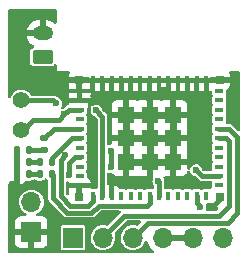
<source format=gbr>
%TF.GenerationSoftware,KiCad,Pcbnew,(6.0.0)*%
%TF.CreationDate,2022-03-25T10:48:22+03:00*%
%TF.ProjectId,Ringturnpage,52696e67-7475-4726-9e70-6167652e6b69,rev?*%
%TF.SameCoordinates,Original*%
%TF.FileFunction,Copper,L1,Top*%
%TF.FilePolarity,Positive*%
%FSLAX46Y46*%
G04 Gerber Fmt 4.6, Leading zero omitted, Abs format (unit mm)*
G04 Created by KiCad (PCBNEW (6.0.0)) date 2022-03-25 10:48:22*
%MOMM*%
%LPD*%
G01*
G04 APERTURE LIST*
G04 Aperture macros list*
%AMRoundRect*
0 Rectangle with rounded corners*
0 $1 Rounding radius*
0 $2 $3 $4 $5 $6 $7 $8 $9 X,Y pos of 4 corners*
0 Add a 4 corners polygon primitive as box body*
4,1,4,$2,$3,$4,$5,$6,$7,$8,$9,$2,$3,0*
0 Add four circle primitives for the rounded corners*
1,1,$1+$1,$2,$3*
1,1,$1+$1,$4,$5*
1,1,$1+$1,$6,$7*
1,1,$1+$1,$8,$9*
0 Add four rect primitives between the rounded corners*
20,1,$1+$1,$2,$3,$4,$5,0*
20,1,$1+$1,$4,$5,$6,$7,0*
20,1,$1+$1,$6,$7,$8,$9,0*
20,1,$1+$1,$8,$9,$2,$3,0*%
G04 Aperture macros list end*
%TA.AperFunction,SMDPad,CuDef*%
%ADD10RoundRect,0.135000X0.135000X0.185000X-0.135000X0.185000X-0.135000X-0.185000X0.135000X-0.185000X0*%
%TD*%
%TA.AperFunction,SMDPad,CuDef*%
%ADD11RoundRect,0.147500X-0.147500X-0.172500X0.147500X-0.172500X0.147500X0.172500X-0.147500X0.172500X0*%
%TD*%
%TA.AperFunction,ComponentPad*%
%ADD12R,1.700000X1.700000*%
%TD*%
%TA.AperFunction,ComponentPad*%
%ADD13O,1.700000X1.700000*%
%TD*%
%TA.AperFunction,SMDPad,CuDef*%
%ADD14RoundRect,0.135000X-0.185000X0.135000X-0.185000X-0.135000X0.185000X-0.135000X0.185000X0.135000X0*%
%TD*%
%TA.AperFunction,SMDPad,CuDef*%
%ADD15R,0.800000X0.400000*%
%TD*%
%TA.AperFunction,SMDPad,CuDef*%
%ADD16R,0.400000X0.800000*%
%TD*%
%TA.AperFunction,SMDPad,CuDef*%
%ADD17R,1.450000X1.450000*%
%TD*%
%TA.AperFunction,SMDPad,CuDef*%
%ADD18R,0.700000X0.700000*%
%TD*%
%TA.AperFunction,ComponentPad*%
%ADD19RoundRect,0.250000X0.625000X-0.350000X0.625000X0.350000X-0.625000X0.350000X-0.625000X-0.350000X0*%
%TD*%
%TA.AperFunction,ComponentPad*%
%ADD20O,1.750000X1.200000*%
%TD*%
%TA.AperFunction,ComponentPad*%
%ADD21C,1.400000*%
%TD*%
%TA.AperFunction,ViaPad*%
%ADD22C,0.600000*%
%TD*%
%TA.AperFunction,Conductor*%
%ADD23C,0.600000*%
%TD*%
%TA.AperFunction,Conductor*%
%ADD24C,0.400000*%
%TD*%
%TA.AperFunction,Conductor*%
%ADD25C,0.250000*%
%TD*%
G04 APERTURE END LIST*
D10*
%TO.P,R9,1*%
%TO.N,/ACTION_LED*%
X138890000Y-94110000D03*
%TO.P,R9,2*%
%TO.N,Net-(D3-Pad2)*%
X137870000Y-94110000D03*
%TD*%
D11*
%TO.P,D1,1,K*%
%TO.N,GND*%
X135952500Y-92080000D03*
%TO.P,D1,2,A*%
%TO.N,Net-(D1-Pad2)*%
X136922500Y-92080000D03*
%TD*%
%TO.P,D3,1,K*%
%TO.N,GND*%
X135955000Y-94110000D03*
%TO.P,D3,2,A*%
%TO.N,Net-(D3-Pad2)*%
X136925000Y-94110000D03*
%TD*%
D12*
%TO.P,J2,1,Pin_1*%
%TO.N,+3V3*%
X140680000Y-99465000D03*
D13*
%TO.P,J2,2,Pin_2*%
%TO.N,/RX*%
X143220000Y-99465000D03*
%TO.P,J2,3,Pin_3*%
%TO.N,/TX*%
X145760000Y-99465000D03*
%TO.P,J2,4,Pin_4*%
%TO.N,GND*%
X148300000Y-99465000D03*
%TO.P,J2,5,Pin_5*%
X150840000Y-99465000D03*
%TO.P,J2,6,Pin_6*%
%TO.N,/BOOT*%
X153380000Y-99465000D03*
%TD*%
D14*
%TO.P,R7,1*%
%TO.N,/LOW_LED*%
X138230000Y-91050000D03*
%TO.P,R7,2*%
%TO.N,Net-(D1-Pad2)*%
X138230000Y-92070000D03*
%TD*%
D10*
%TO.P,R8,1*%
%TO.N,/FULL_LED*%
X138882500Y-93080000D03*
%TO.P,R8,2*%
%TO.N,Net-(D2-Pad2)*%
X137862500Y-93080000D03*
%TD*%
D11*
%TO.P,D2,1,K*%
%TO.N,GND*%
X135947500Y-93100000D03*
%TO.P,D2,2,A*%
%TO.N,Net-(D2-Pad2)*%
X136917500Y-93100000D03*
%TD*%
D15*
%TO.P,IC1,1,GND_1*%
%TO.N,GND*%
X141260000Y-87050000D03*
%TO.P,IC1,2,GND_2*%
X141260000Y-87850000D03*
%TO.P,IC1,3,3V3*%
%TO.N,+3V3*%
X141260000Y-88650000D03*
%TO.P,IC1,4,NC_1*%
%TO.N,unconnected-(IC1-Pad4)*%
X141260000Y-89450000D03*
%TO.P,IC1,5,IO2*%
%TO.N,/LOW_LED*%
X141260000Y-90250000D03*
%TO.P,IC1,6,IO3*%
%TO.N,/FULL_LED*%
X141260000Y-91050000D03*
%TO.P,IC1,7,NC_2*%
%TO.N,unconnected-(IC1-Pad7)*%
X141260000Y-91850000D03*
%TO.P,IC1,8,EN*%
%TO.N,/EN*%
X141260000Y-92650000D03*
%TO.P,IC1,9,NC_3*%
%TO.N,unconnected-(IC1-Pad9)*%
X141260000Y-93450000D03*
%TO.P,IC1,10,NC_4*%
%TO.N,unconnected-(IC1-Pad10)*%
X141260000Y-94250000D03*
%TO.P,IC1,11,GND_3*%
%TO.N,GND*%
X141260000Y-95050000D03*
D16*
%TO.P,IC1,12,IO0*%
%TO.N,/BATTERY*%
X142360000Y-95950000D03*
%TO.P,IC1,13,IO1*%
%TO.N,/STATUS*%
X143160000Y-95950000D03*
%TO.P,IC1,14,GND_4*%
%TO.N,GND*%
X143960000Y-95950000D03*
%TO.P,IC1,15,NC_5*%
%TO.N,unconnected-(IC1-Pad15)*%
X144760000Y-95950000D03*
%TO.P,IC1,16,IO10*%
%TO.N,unconnected-(IC1-Pad16)*%
X145560000Y-95950000D03*
%TO.P,IC1,17,NC_6*%
%TO.N,unconnected-(IC1-Pad17)*%
X146360000Y-95950000D03*
%TO.P,IC1,18,IO4*%
%TO.N,/ACTION_LED*%
X147160000Y-95950000D03*
%TO.P,IC1,19,IO5*%
%TO.N,/BUTTON*%
X147960000Y-95950000D03*
%TO.P,IC1,20,IO6*%
%TO.N,unconnected-(IC1-Pad20)*%
X148760000Y-95950000D03*
%TO.P,IC1,21,IO7*%
%TO.N,unconnected-(IC1-Pad21)*%
X149560000Y-95950000D03*
%TO.P,IC1,22,IO8*%
%TO.N,unconnected-(IC1-Pad22)*%
X150360000Y-95950000D03*
%TO.P,IC1,23,IO9*%
%TO.N,/BOOT*%
X151160000Y-95950000D03*
%TO.P,IC1,24,NC_7*%
%TO.N,unconnected-(IC1-Pad24)*%
X151960000Y-95950000D03*
D15*
%TO.P,IC1,25,NC_8*%
%TO.N,unconnected-(IC1-Pad25)*%
X153060000Y-95050000D03*
%TO.P,IC1,26,IO18*%
%TO.N,/CHARGING*%
X153060000Y-94250000D03*
%TO.P,IC1,27,IO19*%
%TO.N,unconnected-(IC1-Pad27)*%
X153060000Y-93450000D03*
%TO.P,IC1,28,NC_9*%
%TO.N,unconnected-(IC1-Pad28)*%
X153060000Y-92650000D03*
%TO.P,IC1,29,NC_10*%
%TO.N,unconnected-(IC1-Pad29)*%
X153060000Y-91850000D03*
%TO.P,IC1,30,RXD0*%
%TO.N,/RX*%
X153060000Y-91050000D03*
%TO.P,IC1,31,TXD0*%
%TO.N,/TX*%
X153060000Y-90250000D03*
%TO.P,IC1,32,NC_11*%
%TO.N,unconnected-(IC1-Pad32)*%
X153060000Y-89450000D03*
%TO.P,IC1,33,NC_12*%
%TO.N,unconnected-(IC1-Pad33)*%
X153060000Y-88650000D03*
%TO.P,IC1,34,NC_13*%
%TO.N,unconnected-(IC1-Pad34)*%
X153060000Y-87850000D03*
%TO.P,IC1,35,NC_14*%
%TO.N,unconnected-(IC1-Pad35)*%
X153060000Y-87050000D03*
D16*
%TO.P,IC1,36,GND_5*%
%TO.N,GND*%
X151960000Y-86150000D03*
%TO.P,IC1,37,GND_6*%
X151160000Y-86150000D03*
%TO.P,IC1,38,GND_7*%
X150360000Y-86150000D03*
%TO.P,IC1,39,GND_8*%
X149560000Y-86150000D03*
%TO.P,IC1,40,GND_9*%
X148760000Y-86150000D03*
%TO.P,IC1,41,GND_10*%
X147960000Y-86150000D03*
%TO.P,IC1,42,GND_11*%
X147160000Y-86150000D03*
%TO.P,IC1,43,GND_12*%
X146360000Y-86150000D03*
%TO.P,IC1,44,GND_13*%
X145560000Y-86150000D03*
%TO.P,IC1,45,GND_14*%
X144760000Y-86150000D03*
%TO.P,IC1,46,GND_15*%
X143960000Y-86150000D03*
%TO.P,IC1,47,GND_16*%
X143160000Y-86150000D03*
%TO.P,IC1,48,GND_17*%
X142360000Y-86150000D03*
D17*
%TO.P,IC1,49,GND_18*%
X147160000Y-91050000D03*
%TO.P,IC1,50,GND_19*%
X149135000Y-89075000D03*
%TO.P,IC1,51,GND_20*%
X147160000Y-89075000D03*
%TO.P,IC1,52,GND_21*%
X145185000Y-89075000D03*
%TO.P,IC1,53,GND_22*%
X145185000Y-91050000D03*
%TO.P,IC1,54,GND_23*%
X145185000Y-93025000D03*
%TO.P,IC1,55,GND_24*%
X147160000Y-93025000D03*
%TO.P,IC1,56,GND_25*%
X149135000Y-93025000D03*
%TO.P,IC1,57,GND_26*%
X149135000Y-91050000D03*
D18*
%TO.P,IC1,58,GND_27*%
X141210000Y-86100000D03*
%TO.P,IC1,59,GND_28*%
X141210000Y-96000000D03*
%TO.P,IC1,60,GND_29*%
X153110000Y-96000000D03*
%TO.P,IC1,61,GND_30*%
X153110000Y-86100000D03*
%TD*%
D12*
%TO.P,J3,1,Pin_1*%
%TO.N,GND*%
X137160000Y-98995000D03*
D13*
%TO.P,J3,2,Pin_2*%
%TO.N,/EN*%
X137160000Y-96455000D03*
%TD*%
D19*
%TO.P,J4,1,Pin_1*%
%TO.N,+BATT*%
X138100000Y-84160000D03*
D20*
%TO.P,J4,2,Pin_2*%
%TO.N,GND*%
X138100000Y-82160000D03*
%TD*%
D21*
%TO.P,J5,1,Pin_1*%
%TO.N,+3V3*%
X136305000Y-90385000D03*
%TO.P,J5,2,Pin_2*%
%TO.N,/BUTTON*%
X136305000Y-87845000D03*
%TD*%
D22*
%TO.N,GND*%
X142340000Y-90300000D03*
X138950000Y-87100000D03*
X152520000Y-96820000D03*
X138270500Y-95350000D03*
X137170000Y-85370000D03*
X135560000Y-94910000D03*
X142710000Y-87610000D03*
X150970000Y-89900000D03*
X145250000Y-94820000D03*
X135720000Y-98990000D03*
X148410000Y-86950000D03*
%TO.N,+3V3*%
X143900000Y-93500000D03*
X143910000Y-92100000D03*
X139960000Y-89040000D03*
%TO.N,/EN*%
X140355627Y-94195129D03*
%TO.N,/BOOT*%
X151470000Y-96870000D03*
%TO.N,/BATTERY*%
X140031942Y-92498058D03*
%TO.N,/STATUS*%
X142650000Y-88700000D03*
%TO.N,/CHARGING*%
X151100000Y-93750000D03*
%TO.N,/BUTTON*%
X139260000Y-88090000D03*
X147910000Y-94680000D03*
%TD*%
D23*
%TO.N,GND*%
X145185000Y-91050000D02*
X145185000Y-93025000D01*
D24*
X153110000Y-96230000D02*
X152520000Y-96820000D01*
D23*
X149135000Y-89075000D02*
X149135000Y-91050000D01*
D25*
X142025489Y-87965489D02*
X142025489Y-89985489D01*
D23*
X149135000Y-91050000D02*
X149135000Y-93025000D01*
D24*
X153110000Y-96000000D02*
X153110000Y-96230000D01*
D23*
X147160000Y-93025000D02*
X147160000Y-91050000D01*
X145185000Y-89075000D02*
X147160000Y-89075000D01*
D25*
X141910000Y-87850000D02*
X142025489Y-87965489D01*
X141260000Y-87850000D02*
X141910000Y-87850000D01*
X142025489Y-89985489D02*
X142340000Y-90300000D01*
D23*
X147160000Y-91050000D02*
X147160000Y-89075000D01*
X145185000Y-93025000D02*
X147160000Y-93025000D01*
X147160000Y-91050000D02*
X149135000Y-91050000D01*
X149135000Y-93025000D02*
X147160000Y-93025000D01*
X145185000Y-91050000D02*
X145185000Y-89075000D01*
X147160000Y-89075000D02*
X149135000Y-89075000D01*
X147160000Y-91050000D02*
X145185000Y-91050000D01*
D24*
%TO.N,+3V3*%
X136325000Y-90525000D02*
X137330000Y-89520000D01*
X139480000Y-89520000D02*
X139960000Y-89040000D01*
X137330000Y-89520000D02*
X139480000Y-89520000D01*
X140350000Y-88650000D02*
X141260000Y-88650000D01*
X143910000Y-92100000D02*
X143910000Y-93490000D01*
X143910000Y-93490000D02*
X143900000Y-93500000D01*
X139960000Y-89040000D02*
X140350000Y-88650000D01*
%TO.N,/EN*%
X140355627Y-94195129D02*
X140355627Y-93174373D01*
X140355627Y-93174373D02*
X140880000Y-92650000D01*
X140880000Y-92650000D02*
X141260000Y-92650000D01*
%TO.N,/BOOT*%
X151160000Y-95950000D02*
X151160000Y-96560000D01*
X151160000Y-96560000D02*
X151470000Y-96870000D01*
%TO.N,/BATTERY*%
X141959511Y-96749511D02*
X142360000Y-96349022D01*
X139656116Y-92873884D02*
X139656116Y-95945138D01*
X139656116Y-95945138D02*
X140460489Y-96749511D01*
X140460489Y-96749511D02*
X141959511Y-96749511D01*
X142360000Y-96349022D02*
X142360000Y-95950000D01*
X140031942Y-92498058D02*
X139656116Y-92873884D01*
%TO.N,/STATUS*%
X143160000Y-95950000D02*
X143160000Y-89210000D01*
X143160000Y-89210000D02*
X142650000Y-88700000D01*
%TO.N,/CHARGING*%
X151600000Y-94250000D02*
X153060000Y-94250000D01*
X151100000Y-93750000D02*
X151600000Y-94250000D01*
%TO.N,/BUTTON*%
X139260000Y-88090000D02*
X139015000Y-87845000D01*
X147960000Y-95950000D02*
X147960000Y-94730000D01*
X147960000Y-94730000D02*
X147910000Y-94680000D01*
X139015000Y-87845000D02*
X136305000Y-87845000D01*
%TO.N,/FULL_LED*%
X140593979Y-91050000D02*
X141260000Y-91050000D01*
X138882500Y-92761479D02*
X140593979Y-91050000D01*
X138882500Y-93080000D02*
X138882500Y-92761479D01*
%TO.N,/RX*%
X153859511Y-91250489D02*
X153859511Y-96749511D01*
X153659022Y-91050000D02*
X153859511Y-91250489D01*
X153060000Y-91050000D02*
X153659022Y-91050000D01*
X145034520Y-97600480D02*
X143230000Y-99405000D01*
X153859511Y-96749511D02*
X153008542Y-97600480D01*
X153008542Y-97600480D02*
X145034520Y-97600480D01*
%TO.N,/TX*%
X153890000Y-90250000D02*
X154590000Y-90950000D01*
X153060000Y-90250000D02*
X153890000Y-90250000D01*
X147025000Y-98200000D02*
X145760000Y-99465000D01*
X154590000Y-97390000D02*
X153780000Y-98200000D01*
X154590000Y-90950000D02*
X154590000Y-97390000D01*
X153780000Y-98200000D02*
X147025000Y-98200000D01*
%TO.N,Net-(D1-Pad2)*%
X136922500Y-92080000D02*
X138220000Y-92080000D01*
X138220000Y-92080000D02*
X138230000Y-92070000D01*
%TO.N,Net-(D2-Pad2)*%
X136917500Y-93100000D02*
X137842500Y-93100000D01*
%TO.N,Net-(D3-Pad2)*%
X137870000Y-94110000D02*
X136925000Y-94110000D01*
%TO.N,/LOW_LED*%
X139030000Y-90250000D02*
X138230000Y-91050000D01*
X141260000Y-90250000D02*
X139030000Y-90250000D01*
%TO.N,/ACTION_LED*%
X142840489Y-96749511D02*
X142240000Y-97350000D01*
X138970000Y-94190000D02*
X138890000Y-94110000D01*
X138970000Y-96106871D02*
X138970000Y-94190000D01*
X142240000Y-97350000D02*
X140213129Y-97350000D01*
X146959511Y-96749511D02*
X142840489Y-96749511D01*
X147160000Y-96549022D02*
X146959511Y-96749511D01*
X147160000Y-95950000D02*
X147160000Y-96549022D01*
X140213129Y-97350000D02*
X138970000Y-96106871D01*
%TD*%
%TA.AperFunction,Conductor*%
%TO.N,GND*%
G36*
X136148621Y-91846002D02*
G01*
X136195114Y-91899658D01*
X136206500Y-91952000D01*
X136206500Y-92925015D01*
X136203621Y-92951798D01*
X136201500Y-92961548D01*
X136201500Y-93223885D01*
X136203896Y-93232045D01*
X136209000Y-93267543D01*
X136209000Y-94916048D01*
X136212973Y-94929579D01*
X136220871Y-94930714D01*
X136357287Y-94891082D01*
X136371724Y-94884834D01*
X136500627Y-94808601D01*
X136513065Y-94798952D01*
X136618954Y-94693063D01*
X136630469Y-94678219D01*
X136688027Y-94636655D01*
X136739142Y-94629779D01*
X136739997Y-94629841D01*
X136744514Y-94630500D01*
X137105486Y-94630500D01*
X137110036Y-94629830D01*
X137110039Y-94629830D01*
X137138377Y-94625658D01*
X137173884Y-94620431D01*
X137277880Y-94569372D01*
X137299733Y-94547481D01*
X137362014Y-94513403D01*
X137388904Y-94510500D01*
X137423841Y-94510500D01*
X137491962Y-94530502D01*
X137512936Y-94547405D01*
X137539596Y-94574065D01*
X137549588Y-94578725D01*
X137549589Y-94578725D01*
X137634012Y-94618092D01*
X137646827Y-94624068D01*
X137687887Y-94629474D01*
X137690595Y-94629830D01*
X137695684Y-94630500D01*
X138044316Y-94630500D01*
X138049406Y-94629830D01*
X138052113Y-94629474D01*
X138093173Y-94624068D01*
X138105989Y-94618092D01*
X138190411Y-94578725D01*
X138190412Y-94578725D01*
X138200404Y-94574065D01*
X138284065Y-94490404D01*
X138284753Y-94491092D01*
X138332247Y-94453131D01*
X138402867Y-94445823D01*
X138466226Y-94477856D01*
X138474579Y-94487496D01*
X138475935Y-94490404D01*
X138532595Y-94547064D01*
X138566621Y-94609376D01*
X138569500Y-94636159D01*
X138569500Y-96170304D01*
X138572564Y-96179735D01*
X138572565Y-96179739D01*
X138576297Y-96191224D01*
X138580913Y-96210449D01*
X138584354Y-96232175D01*
X138588855Y-96241008D01*
X138588856Y-96241012D01*
X138594341Y-96251777D01*
X138601905Y-96270037D01*
X138608704Y-96290961D01*
X138621639Y-96308764D01*
X138631965Y-96325616D01*
X138641950Y-96345213D01*
X138664513Y-96367776D01*
X138664516Y-96367780D01*
X139952220Y-97655484D01*
X139952224Y-97655487D01*
X139974787Y-97678050D01*
X139983627Y-97682554D01*
X139994384Y-97688035D01*
X140011236Y-97698361D01*
X140029039Y-97711296D01*
X140049963Y-97718095D01*
X140068223Y-97725659D01*
X140078988Y-97731144D01*
X140078992Y-97731145D01*
X140087825Y-97735646D01*
X140097616Y-97737197D01*
X140097617Y-97737197D01*
X140109551Y-97739087D01*
X140128776Y-97743703D01*
X140140261Y-97747435D01*
X140140265Y-97747436D01*
X140149696Y-97750500D01*
X142303433Y-97750500D01*
X142312864Y-97747436D01*
X142312868Y-97747435D01*
X142324353Y-97743703D01*
X142343578Y-97739087D01*
X142355512Y-97737197D01*
X142355513Y-97737197D01*
X142365304Y-97735646D01*
X142374137Y-97731145D01*
X142374141Y-97731144D01*
X142384906Y-97725659D01*
X142403166Y-97718095D01*
X142424090Y-97711296D01*
X142441893Y-97698361D01*
X142458745Y-97688035D01*
X142469502Y-97682554D01*
X142478342Y-97678050D01*
X142500905Y-97655487D01*
X142500909Y-97655484D01*
X142969477Y-97186916D01*
X143031789Y-97152890D01*
X143058572Y-97150011D01*
X144614406Y-97150011D01*
X144682527Y-97170013D01*
X144729020Y-97223669D01*
X144739124Y-97293943D01*
X144709630Y-97358523D01*
X144703501Y-97365106D01*
X143642829Y-98425778D01*
X143580517Y-98459804D01*
X143516475Y-98457048D01*
X143432254Y-98430977D01*
X143426129Y-98430333D01*
X143426128Y-98430333D01*
X143233498Y-98410087D01*
X143233496Y-98410087D01*
X143227369Y-98409443D01*
X143140529Y-98417346D01*
X143028342Y-98427555D01*
X143028339Y-98427556D01*
X143022203Y-98428114D01*
X142824572Y-98486280D01*
X142642002Y-98581726D01*
X142637201Y-98585586D01*
X142637198Y-98585588D01*
X142593774Y-98620502D01*
X142481447Y-98710815D01*
X142349024Y-98868630D01*
X142346056Y-98874028D01*
X142346053Y-98874033D01*
X142339315Y-98886290D01*
X142249776Y-99049162D01*
X142187484Y-99245532D01*
X142186798Y-99251649D01*
X142186797Y-99251653D01*
X142185063Y-99267115D01*
X142164520Y-99450262D01*
X142165036Y-99456406D01*
X142180902Y-99645342D01*
X142181759Y-99655553D01*
X142183458Y-99661478D01*
X142229395Y-99821678D01*
X142238544Y-99853586D01*
X142241359Y-99859063D01*
X142241360Y-99859066D01*
X142329897Y-100031341D01*
X142332712Y-100036818D01*
X142460677Y-100198270D01*
X142465370Y-100202264D01*
X142465371Y-100202265D01*
X142539541Y-100265388D01*
X142617564Y-100331791D01*
X142622942Y-100334797D01*
X142622944Y-100334798D01*
X142655511Y-100352999D01*
X142797398Y-100432297D01*
X142881280Y-100459552D01*
X142987471Y-100494056D01*
X142987475Y-100494057D01*
X142993329Y-100495959D01*
X143197894Y-100520351D01*
X143204029Y-100519879D01*
X143204031Y-100519879D01*
X143276625Y-100514293D01*
X143403300Y-100504546D01*
X143409230Y-100502890D01*
X143409232Y-100502890D01*
X143595797Y-100450800D01*
X143595796Y-100450800D01*
X143601725Y-100449145D01*
X143607214Y-100446372D01*
X143607220Y-100446370D01*
X143780116Y-100359033D01*
X143785610Y-100356258D01*
X143793463Y-100350123D01*
X143943101Y-100233213D01*
X143947951Y-100229424D01*
X144001293Y-100167627D01*
X144078540Y-100078134D01*
X144078540Y-100078133D01*
X144082564Y-100073472D01*
X144103387Y-100036818D01*
X144121056Y-100005714D01*
X144184323Y-99894344D01*
X144249351Y-99698863D01*
X144275171Y-99494474D01*
X144275583Y-99465000D01*
X144255480Y-99259970D01*
X144204445Y-99090934D01*
X144203904Y-99019939D01*
X144235972Y-98965421D01*
X145163508Y-98037885D01*
X145225820Y-98003859D01*
X145252603Y-98000980D01*
X146353438Y-98000980D01*
X146421559Y-98020982D01*
X146468052Y-98074638D01*
X146478156Y-98144912D01*
X146448662Y-98209492D01*
X146442533Y-98216075D01*
X146221011Y-98437597D01*
X146158699Y-98471623D01*
X146094657Y-98468867D01*
X146056476Y-98457048D01*
X145972254Y-98430977D01*
X145966129Y-98430333D01*
X145966128Y-98430333D01*
X145773498Y-98410087D01*
X145773496Y-98410087D01*
X145767369Y-98409443D01*
X145680529Y-98417346D01*
X145568342Y-98427555D01*
X145568339Y-98427556D01*
X145562203Y-98428114D01*
X145364572Y-98486280D01*
X145182002Y-98581726D01*
X145177201Y-98585586D01*
X145177198Y-98585588D01*
X145133774Y-98620502D01*
X145021447Y-98710815D01*
X144889024Y-98868630D01*
X144886056Y-98874028D01*
X144886053Y-98874033D01*
X144879315Y-98886290D01*
X144789776Y-99049162D01*
X144727484Y-99245532D01*
X144726798Y-99251649D01*
X144726797Y-99251653D01*
X144725063Y-99267115D01*
X144704520Y-99450262D01*
X144705036Y-99456406D01*
X144720902Y-99645342D01*
X144721759Y-99655553D01*
X144723458Y-99661478D01*
X144769395Y-99821678D01*
X144778544Y-99853586D01*
X144781359Y-99859063D01*
X144781360Y-99859066D01*
X144869897Y-100031341D01*
X144872712Y-100036818D01*
X145000677Y-100198270D01*
X145005370Y-100202264D01*
X145005371Y-100202265D01*
X145079541Y-100265388D01*
X145157564Y-100331791D01*
X145162942Y-100334797D01*
X145162944Y-100334798D01*
X145195511Y-100352999D01*
X145337398Y-100432297D01*
X145421280Y-100459552D01*
X145527471Y-100494056D01*
X145527475Y-100494057D01*
X145533329Y-100495959D01*
X145737894Y-100520351D01*
X145744029Y-100519879D01*
X145744031Y-100519879D01*
X145816625Y-100514293D01*
X145943300Y-100504546D01*
X145949230Y-100502890D01*
X145949232Y-100502890D01*
X146135797Y-100450800D01*
X146135796Y-100450800D01*
X146141725Y-100449145D01*
X146147214Y-100446372D01*
X146147220Y-100446370D01*
X146320116Y-100359033D01*
X146325610Y-100356258D01*
X146333463Y-100350123D01*
X146483101Y-100233213D01*
X146487951Y-100229424D01*
X146541293Y-100167627D01*
X146618540Y-100078134D01*
X146618540Y-100078133D01*
X146622564Y-100073472D01*
X146643387Y-100036818D01*
X146661056Y-100005714D01*
X146724323Y-99894344D01*
X146733271Y-99867444D01*
X146748496Y-99821678D01*
X146788978Y-99763354D01*
X146854566Y-99736175D01*
X146924437Y-99748770D01*
X146976406Y-99797141D01*
X146990971Y-99833751D01*
X146998564Y-99867444D01*
X147001645Y-99877275D01*
X147081770Y-100074603D01*
X147086413Y-100083794D01*
X147197694Y-100265388D01*
X147203777Y-100273699D01*
X147343213Y-100434667D01*
X147350580Y-100441883D01*
X147513397Y-100577056D01*
X147553032Y-100635959D01*
X147554530Y-100706939D01*
X147517415Y-100767462D01*
X147453471Y-100798311D01*
X147432912Y-100800000D01*
X135326000Y-100800000D01*
X135257879Y-100779998D01*
X135211386Y-100726342D01*
X135200000Y-100674000D01*
X135200000Y-99889669D01*
X135802001Y-99889669D01*
X135802371Y-99896490D01*
X135807895Y-99947352D01*
X135811521Y-99962604D01*
X135856676Y-100083054D01*
X135865214Y-100098649D01*
X135941715Y-100200724D01*
X135954276Y-100213285D01*
X136056351Y-100289786D01*
X136071946Y-100298324D01*
X136192394Y-100343478D01*
X136207649Y-100347105D01*
X136258514Y-100352631D01*
X136265328Y-100353000D01*
X136887885Y-100353000D01*
X136903124Y-100348525D01*
X136904329Y-100347135D01*
X136906000Y-100339452D01*
X136906000Y-100334884D01*
X137414000Y-100334884D01*
X137418475Y-100350123D01*
X137419865Y-100351328D01*
X137427548Y-100352999D01*
X138054669Y-100352999D01*
X138061490Y-100352629D01*
X138112352Y-100347105D01*
X138127604Y-100343479D01*
X138150894Y-100334748D01*
X139629500Y-100334748D01*
X139630707Y-100340816D01*
X139634331Y-100359033D01*
X139641133Y-100393231D01*
X139685448Y-100459552D01*
X139751769Y-100503867D01*
X139763938Y-100506288D01*
X139763939Y-100506288D01*
X139804184Y-100514293D01*
X139810252Y-100515500D01*
X141549748Y-100515500D01*
X141555816Y-100514293D01*
X141596061Y-100506288D01*
X141596062Y-100506288D01*
X141608231Y-100503867D01*
X141674552Y-100459552D01*
X141718867Y-100393231D01*
X141725670Y-100359033D01*
X141729293Y-100340816D01*
X141730500Y-100334748D01*
X141730500Y-98595252D01*
X141727241Y-98578869D01*
X141721288Y-98548939D01*
X141721288Y-98548938D01*
X141718867Y-98536769D01*
X141674552Y-98470448D01*
X141608231Y-98426133D01*
X141596062Y-98423712D01*
X141596061Y-98423712D01*
X141555816Y-98415707D01*
X141549748Y-98414500D01*
X139810252Y-98414500D01*
X139804184Y-98415707D01*
X139763939Y-98423712D01*
X139763938Y-98423712D01*
X139751769Y-98426133D01*
X139685448Y-98470448D01*
X139641133Y-98536769D01*
X139638712Y-98548938D01*
X139638712Y-98548939D01*
X139632759Y-98578869D01*
X139629500Y-98595252D01*
X139629500Y-100334748D01*
X138150894Y-100334748D01*
X138248054Y-100298324D01*
X138263649Y-100289786D01*
X138365724Y-100213285D01*
X138378285Y-100200724D01*
X138454786Y-100098649D01*
X138463324Y-100083054D01*
X138508478Y-99962606D01*
X138512105Y-99947351D01*
X138517631Y-99896486D01*
X138518000Y-99889672D01*
X138518000Y-99267115D01*
X138513525Y-99251876D01*
X138512135Y-99250671D01*
X138504452Y-99249000D01*
X137432115Y-99249000D01*
X137416876Y-99253475D01*
X137415671Y-99254865D01*
X137414000Y-99262548D01*
X137414000Y-100334884D01*
X136906000Y-100334884D01*
X136906000Y-99267115D01*
X136901525Y-99251876D01*
X136900135Y-99250671D01*
X136892452Y-99249000D01*
X135820116Y-99249000D01*
X135804877Y-99253475D01*
X135803672Y-99254865D01*
X135802001Y-99262548D01*
X135802001Y-99889669D01*
X135200000Y-99889669D01*
X135200000Y-98722885D01*
X135802000Y-98722885D01*
X135806475Y-98738124D01*
X135807865Y-98739329D01*
X135815548Y-98741000D01*
X138499884Y-98741000D01*
X138515123Y-98736525D01*
X138516328Y-98735135D01*
X138517999Y-98727452D01*
X138517999Y-98100331D01*
X138517629Y-98093510D01*
X138512105Y-98042648D01*
X138508479Y-98027396D01*
X138463324Y-97906946D01*
X138454786Y-97891351D01*
X138378285Y-97789276D01*
X138365724Y-97776715D01*
X138263649Y-97700214D01*
X138248054Y-97691676D01*
X138127606Y-97646522D01*
X138112351Y-97642895D01*
X138061486Y-97637369D01*
X138054672Y-97637000D01*
X137678932Y-97637000D01*
X137610811Y-97616998D01*
X137564318Y-97563342D01*
X137554214Y-97493068D01*
X137583708Y-97428488D01*
X137622121Y-97398534D01*
X137720116Y-97349033D01*
X137725610Y-97346258D01*
X137887951Y-97219424D01*
X137904735Y-97199980D01*
X138018540Y-97068134D01*
X138018540Y-97068133D01*
X138022564Y-97063472D01*
X138026782Y-97056048D01*
X138097445Y-96931658D01*
X138124323Y-96884344D01*
X138189351Y-96688863D01*
X138215171Y-96484474D01*
X138215583Y-96455000D01*
X138195480Y-96249970D01*
X138135935Y-96052749D01*
X138039218Y-95870849D01*
X137943786Y-95753838D01*
X137912906Y-95715975D01*
X137912903Y-95715972D01*
X137909011Y-95711200D01*
X137781034Y-95605328D01*
X137755025Y-95583811D01*
X137755021Y-95583809D01*
X137750275Y-95579882D01*
X137613091Y-95505707D01*
X137574474Y-95484827D01*
X137569055Y-95481897D01*
X137372254Y-95420977D01*
X137366129Y-95420333D01*
X137366128Y-95420333D01*
X137173498Y-95400087D01*
X137173496Y-95400087D01*
X137167369Y-95399443D01*
X137097845Y-95405770D01*
X136968342Y-95417555D01*
X136968339Y-95417556D01*
X136962203Y-95418114D01*
X136764572Y-95476280D01*
X136582002Y-95571726D01*
X136577201Y-95575586D01*
X136577198Y-95575588D01*
X136566971Y-95583811D01*
X136421447Y-95700815D01*
X136289024Y-95858630D01*
X136286056Y-95864028D01*
X136286053Y-95864033D01*
X136268943Y-95895157D01*
X136189776Y-96039162D01*
X136127484Y-96235532D01*
X136126798Y-96241649D01*
X136126797Y-96241653D01*
X136112650Y-96367780D01*
X136104520Y-96440262D01*
X136105036Y-96446406D01*
X136120737Y-96633379D01*
X136121759Y-96645553D01*
X136123458Y-96651478D01*
X136168894Y-96809931D01*
X136178544Y-96843586D01*
X136181359Y-96849063D01*
X136181360Y-96849066D01*
X136266224Y-97014194D01*
X136272712Y-97026818D01*
X136400677Y-97188270D01*
X136405370Y-97192264D01*
X136405371Y-97192265D01*
X136524843Y-97293943D01*
X136557564Y-97321791D01*
X136635067Y-97365106D01*
X136699315Y-97401013D01*
X136749020Y-97451707D01*
X136763428Y-97521226D01*
X136737964Y-97587499D01*
X136680713Y-97629484D01*
X136637844Y-97637001D01*
X136265331Y-97637001D01*
X136258510Y-97637371D01*
X136207648Y-97642895D01*
X136192396Y-97646521D01*
X136071946Y-97691676D01*
X136056351Y-97700214D01*
X135954276Y-97776715D01*
X135941715Y-97789276D01*
X135865214Y-97891351D01*
X135856676Y-97906946D01*
X135811522Y-98027394D01*
X135807895Y-98042649D01*
X135802369Y-98093514D01*
X135802000Y-98100328D01*
X135802000Y-98722885D01*
X135200000Y-98722885D01*
X135200000Y-94903392D01*
X135220002Y-94835271D01*
X135273658Y-94788778D01*
X135343932Y-94778674D01*
X135403231Y-94803836D01*
X135409372Y-94808600D01*
X135538276Y-94884834D01*
X135552713Y-94891082D01*
X135683605Y-94929109D01*
X135697705Y-94929069D01*
X135701000Y-94921799D01*
X135701000Y-93986115D01*
X135698604Y-93977955D01*
X135693500Y-93942457D01*
X135693500Y-92254985D01*
X135696379Y-92228202D01*
X135698500Y-92218452D01*
X135698500Y-91952000D01*
X135718502Y-91883879D01*
X135772158Y-91837386D01*
X135824500Y-91826000D01*
X136080500Y-91826000D01*
X136148621Y-91846002D01*
G37*
%TD.AperFunction*%
%TA.AperFunction,Conductor*%
G36*
X151036121Y-99231002D02*
G01*
X151082614Y-99284658D01*
X151094000Y-99337000D01*
X151094000Y-99593000D01*
X151073998Y-99661121D01*
X151020342Y-99707614D01*
X150968000Y-99719000D01*
X148172000Y-99719000D01*
X148103879Y-99698998D01*
X148057386Y-99645342D01*
X148046000Y-99593000D01*
X148046000Y-99337000D01*
X148066002Y-99268879D01*
X148119658Y-99222386D01*
X148172000Y-99211000D01*
X150968000Y-99211000D01*
X151036121Y-99231002D01*
G37*
%TD.AperFunction*%
%TA.AperFunction,Conductor*%
G36*
X152192113Y-96550048D02*
G01*
X152255869Y-96555754D01*
X152310560Y-96597439D01*
X152391715Y-96705724D01*
X152404276Y-96718285D01*
X152506351Y-96794786D01*
X152521946Y-96803324D01*
X152642394Y-96848478D01*
X152657649Y-96852105D01*
X152708514Y-96857631D01*
X152715328Y-96858000D01*
X152880439Y-96858000D01*
X152948560Y-96878002D01*
X152995053Y-96931658D01*
X153005157Y-97001932D01*
X152975663Y-97066512D01*
X152969534Y-97073095D01*
X152879554Y-97163075D01*
X152817242Y-97197101D01*
X152790459Y-97199980D01*
X152066599Y-97199980D01*
X151998478Y-97179978D01*
X151951985Y-97126322D01*
X151941881Y-97056048D01*
X151946565Y-97035669D01*
X151947797Y-97031810D01*
X151951710Y-97023733D01*
X151953951Y-97010416D01*
X151974689Y-96887149D01*
X151975496Y-96882354D01*
X151975647Y-96870000D01*
X151955323Y-96728082D01*
X151951606Y-96719907D01*
X151949254Y-96711863D01*
X151949334Y-96640866D01*
X151987784Y-96581183D01*
X152052398Y-96551762D01*
X152070190Y-96550500D01*
X152179748Y-96550500D01*
X152185816Y-96549293D01*
X152191979Y-96548686D01*
X152192113Y-96550048D01*
G37*
%TD.AperFunction*%
%TA.AperFunction,Conductor*%
G36*
X142098161Y-88448549D02*
G01*
X142148392Y-88498723D01*
X142163522Y-88568088D01*
X142162338Y-88578554D01*
X142149847Y-88658782D01*
X142144391Y-88693823D01*
X142145555Y-88702725D01*
X142145555Y-88702728D01*
X142151266Y-88746396D01*
X142162980Y-88835979D01*
X142166597Y-88844199D01*
X142212751Y-88949091D01*
X142220720Y-88967203D01*
X142226497Y-88974076D01*
X142226498Y-88974077D01*
X142270068Y-89025910D01*
X142312970Y-89076948D01*
X142432313Y-89156390D01*
X142440885Y-89159068D01*
X142440887Y-89159069D01*
X142481110Y-89171635D01*
X142559329Y-89196072D01*
X142610850Y-89227243D01*
X142722595Y-89338988D01*
X142756621Y-89401300D01*
X142759500Y-89428083D01*
X142759500Y-95231723D01*
X142739498Y-95299844D01*
X142685842Y-95346337D01*
X142608921Y-95355302D01*
X142585821Y-95350707D01*
X142585811Y-95350706D01*
X142579748Y-95349500D01*
X142286219Y-95349500D01*
X142218098Y-95329498D01*
X142171605Y-95275842D01*
X142165323Y-95258998D01*
X142163525Y-95252876D01*
X142162135Y-95251671D01*
X142154452Y-95250000D01*
X141482115Y-95250000D01*
X141466876Y-95254475D01*
X141465671Y-95255865D01*
X141464000Y-95263548D01*
X141464000Y-96128000D01*
X141443998Y-96196121D01*
X141390342Y-96242614D01*
X141338000Y-96254000D01*
X141082000Y-96254000D01*
X141013879Y-96233998D01*
X140967386Y-96180342D01*
X140956000Y-96128000D01*
X140956000Y-95268115D01*
X140951525Y-95252876D01*
X140950135Y-95251671D01*
X140942452Y-95250000D01*
X140370116Y-95250000D01*
X140354877Y-95254475D01*
X140353672Y-95255865D01*
X140352001Y-95263548D01*
X140352001Y-95294669D01*
X140352371Y-95301490D01*
X140357895Y-95352352D01*
X140361521Y-95367603D01*
X140375829Y-95405770D01*
X140381012Y-95476577D01*
X140375829Y-95494230D01*
X140361522Y-95532394D01*
X140357895Y-95547649D01*
X140352369Y-95598514D01*
X140352000Y-95605328D01*
X140352000Y-95770439D01*
X140331998Y-95838560D01*
X140278342Y-95885053D01*
X140208068Y-95895157D01*
X140143488Y-95865663D01*
X140136905Y-95859534D01*
X140093521Y-95816150D01*
X140059495Y-95753838D01*
X140056616Y-95727055D01*
X140056616Y-94797482D01*
X140076618Y-94729361D01*
X140130274Y-94682868D01*
X140200548Y-94672764D01*
X140220189Y-94677215D01*
X140229104Y-94680000D01*
X140263574Y-94690769D01*
X140322630Y-94730175D01*
X140351008Y-94795254D01*
X140352000Y-94811036D01*
X140352000Y-94831885D01*
X140356475Y-94847124D01*
X140357865Y-94848329D01*
X140365548Y-94850000D01*
X142149884Y-94850000D01*
X142165123Y-94845525D01*
X142166328Y-94844135D01*
X142167999Y-94836452D01*
X142167999Y-94805331D01*
X142167629Y-94798510D01*
X142162105Y-94747648D01*
X142158479Y-94732396D01*
X142113324Y-94611946D01*
X142104786Y-94596351D01*
X142028285Y-94494276D01*
X142015724Y-94481715D01*
X141910935Y-94403180D01*
X141868420Y-94346321D01*
X141860500Y-94302354D01*
X141860500Y-94030252D01*
X141854312Y-93999142D01*
X141851288Y-93983939D01*
X141851288Y-93983938D01*
X141848867Y-93971769D01*
X141841973Y-93961452D01*
X141841972Y-93961449D01*
X141814278Y-93920003D01*
X141793062Y-93852251D01*
X141814278Y-93779997D01*
X141841972Y-93738551D01*
X141841973Y-93738548D01*
X141848867Y-93728231D01*
X141860500Y-93669748D01*
X141860500Y-93230252D01*
X141859234Y-93223885D01*
X141851288Y-93183939D01*
X141851288Y-93183938D01*
X141848867Y-93171769D01*
X141841973Y-93161452D01*
X141841972Y-93161449D01*
X141814278Y-93120003D01*
X141793062Y-93052251D01*
X141814278Y-92979997D01*
X141841972Y-92938551D01*
X141841973Y-92938548D01*
X141848867Y-92928231D01*
X141860500Y-92869748D01*
X141860500Y-92430252D01*
X141848867Y-92371769D01*
X141841973Y-92361452D01*
X141841972Y-92361449D01*
X141814278Y-92320003D01*
X141793062Y-92252251D01*
X141814278Y-92179997D01*
X141841972Y-92138551D01*
X141841973Y-92138548D01*
X141848867Y-92128231D01*
X141852098Y-92111991D01*
X141859293Y-92075816D01*
X141860500Y-92069748D01*
X141860500Y-91630252D01*
X141856025Y-91607753D01*
X141851288Y-91583939D01*
X141851288Y-91583938D01*
X141848867Y-91571769D01*
X141841973Y-91561452D01*
X141841972Y-91561449D01*
X141814278Y-91520003D01*
X141793062Y-91452251D01*
X141814278Y-91379997D01*
X141841972Y-91338551D01*
X141841973Y-91338548D01*
X141848867Y-91328231D01*
X141853355Y-91305671D01*
X141859293Y-91275816D01*
X141860500Y-91269748D01*
X141860500Y-90830252D01*
X141853375Y-90794432D01*
X141851288Y-90783939D01*
X141851288Y-90783938D01*
X141848867Y-90771769D01*
X141841973Y-90761452D01*
X141841972Y-90761449D01*
X141814278Y-90720003D01*
X141793062Y-90652251D01*
X141814278Y-90579997D01*
X141841972Y-90538551D01*
X141841973Y-90538548D01*
X141848867Y-90528231D01*
X141860500Y-90469748D01*
X141860500Y-90030252D01*
X141856669Y-90010993D01*
X141851288Y-89983939D01*
X141851288Y-89983938D01*
X141848867Y-89971769D01*
X141841973Y-89961452D01*
X141841972Y-89961449D01*
X141814278Y-89920003D01*
X141793062Y-89852251D01*
X141814278Y-89779997D01*
X141841972Y-89738551D01*
X141841973Y-89738548D01*
X141848867Y-89728231D01*
X141860500Y-89669748D01*
X141860500Y-89230252D01*
X141857369Y-89214509D01*
X141851288Y-89183939D01*
X141851288Y-89183938D01*
X141848867Y-89171769D01*
X141841973Y-89161452D01*
X141841972Y-89161449D01*
X141814278Y-89120003D01*
X141793062Y-89052251D01*
X141814278Y-88979997D01*
X141841972Y-88938551D01*
X141841973Y-88938548D01*
X141848867Y-88928231D01*
X141860500Y-88869748D01*
X141860500Y-88597646D01*
X141880502Y-88529525D01*
X141910935Y-88496820D01*
X141962273Y-88458344D01*
X142028779Y-88433496D01*
X142098161Y-88448549D01*
G37*
%TD.AperFunction*%
%TA.AperFunction,Conductor*%
G36*
X139242121Y-80110002D02*
G01*
X139288614Y-80163658D01*
X139300000Y-80216000D01*
X139300000Y-81216584D01*
X139279998Y-81284705D01*
X139226342Y-81331198D01*
X139156068Y-81341302D01*
X139086870Y-81307602D01*
X139069175Y-81290662D01*
X139059804Y-81283262D01*
X138892259Y-81175079D01*
X138881655Y-81169583D01*
X138696688Y-81095039D01*
X138685230Y-81091645D01*
X138488072Y-81053143D01*
X138479209Y-81052066D01*
X138476500Y-81052000D01*
X138372115Y-81052000D01*
X138356876Y-81056475D01*
X138355671Y-81057865D01*
X138354000Y-81065548D01*
X138354000Y-82288000D01*
X138333998Y-82356121D01*
X138280342Y-82402614D01*
X138228000Y-82414000D01*
X136764598Y-82414000D01*
X136751067Y-82417973D01*
X136749712Y-82427399D01*
X136771194Y-82516537D01*
X136775083Y-82527832D01*
X136857629Y-82709382D01*
X136863576Y-82719724D01*
X136978968Y-82882397D01*
X136986761Y-82891425D01*
X137130831Y-83029342D01*
X137140196Y-83036738D01*
X137307741Y-83144921D01*
X137318341Y-83150415D01*
X137322628Y-83152143D01*
X137378333Y-83196160D01*
X137401397Y-83263306D01*
X137384498Y-83332262D01*
X137333001Y-83381136D01*
X137317278Y-83387889D01*
X137261816Y-83407366D01*
X137254246Y-83412958D01*
X137254243Y-83412959D01*
X137169794Y-83475335D01*
X137152850Y-83487850D01*
X137147258Y-83495421D01*
X137077959Y-83589243D01*
X137077958Y-83589246D01*
X137072366Y-83596816D01*
X137027481Y-83724631D01*
X137024500Y-83756166D01*
X137024500Y-84563834D01*
X137027481Y-84595369D01*
X137072366Y-84723184D01*
X137077958Y-84730754D01*
X137077959Y-84730757D01*
X137140335Y-84815206D01*
X137152850Y-84832150D01*
X137160421Y-84837742D01*
X137254243Y-84907041D01*
X137254246Y-84907042D01*
X137261816Y-84912634D01*
X137389631Y-84957519D01*
X137397277Y-84958242D01*
X137397278Y-84958242D01*
X137403248Y-84958806D01*
X137421166Y-84960500D01*
X138778834Y-84960500D01*
X138796752Y-84958806D01*
X138802722Y-84958242D01*
X138802723Y-84958242D01*
X138810369Y-84957519D01*
X138938184Y-84912634D01*
X138945754Y-84907042D01*
X138945757Y-84907041D01*
X139039579Y-84837742D01*
X139047150Y-84832150D01*
X139052742Y-84824579D01*
X139052745Y-84824576D01*
X139072649Y-84797628D01*
X139129210Y-84754717D01*
X139199991Y-84749197D01*
X139262521Y-84782821D01*
X139296946Y-84844913D01*
X139300000Y-84872487D01*
X139300000Y-85370000D01*
X140278091Y-85370000D01*
X140346212Y-85390002D01*
X140392705Y-85443658D01*
X140402809Y-85513932D01*
X140396073Y-85540230D01*
X140361522Y-85632394D01*
X140357895Y-85647649D01*
X140352369Y-85698514D01*
X140352000Y-85705328D01*
X140352000Y-85827885D01*
X140356475Y-85843124D01*
X140357865Y-85844329D01*
X140365548Y-85846000D01*
X141988460Y-85846000D01*
X142056581Y-85866002D01*
X142103074Y-85919658D01*
X142109356Y-85936503D01*
X142112474Y-85947124D01*
X142113865Y-85948329D01*
X142121548Y-85950000D01*
X152193885Y-85950000D01*
X152209124Y-85945525D01*
X152211292Y-85943024D01*
X152244117Y-85882906D01*
X152306429Y-85848880D01*
X152333214Y-85846000D01*
X153949884Y-85846000D01*
X153965123Y-85841525D01*
X153966328Y-85840135D01*
X153967999Y-85832452D01*
X153967999Y-85705331D01*
X153967629Y-85698510D01*
X153962105Y-85647648D01*
X153958479Y-85632397D01*
X153923927Y-85540230D01*
X153918744Y-85469423D01*
X153952665Y-85407054D01*
X154014920Y-85372924D01*
X154041909Y-85370000D01*
X154674000Y-85370000D01*
X154742121Y-85390002D01*
X154788614Y-85443658D01*
X154800000Y-85496000D01*
X154800000Y-90289417D01*
X154779998Y-90357538D01*
X154726342Y-90404031D01*
X154656068Y-90414135D01*
X154591488Y-90384641D01*
X154584904Y-90378512D01*
X154429356Y-90222963D01*
X154150909Y-89944516D01*
X154150895Y-89944503D01*
X154128342Y-89921950D01*
X154108746Y-89911965D01*
X154091893Y-89901639D01*
X154074090Y-89888704D01*
X154053166Y-89881905D01*
X154034906Y-89874341D01*
X154024141Y-89868856D01*
X154024137Y-89868855D01*
X154015304Y-89864354D01*
X154005513Y-89862803D01*
X154005512Y-89862803D01*
X153993578Y-89860913D01*
X153974353Y-89856297D01*
X153962868Y-89852565D01*
X153962864Y-89852564D01*
X153953433Y-89849500D01*
X153778277Y-89849500D01*
X153710156Y-89829498D01*
X153663663Y-89775842D01*
X153654698Y-89698921D01*
X153659293Y-89675821D01*
X153659294Y-89675811D01*
X153660500Y-89669748D01*
X153660500Y-89230252D01*
X153657369Y-89214509D01*
X153651288Y-89183939D01*
X153651288Y-89183938D01*
X153648867Y-89171769D01*
X153641973Y-89161452D01*
X153641972Y-89161449D01*
X153614278Y-89120003D01*
X153593062Y-89052251D01*
X153614278Y-88979997D01*
X153641972Y-88938551D01*
X153641973Y-88938548D01*
X153648867Y-88928231D01*
X153660500Y-88869748D01*
X153660500Y-88430252D01*
X153648867Y-88371769D01*
X153641973Y-88361452D01*
X153641972Y-88361449D01*
X153614278Y-88320003D01*
X153593062Y-88252251D01*
X153614278Y-88179997D01*
X153641972Y-88138551D01*
X153641973Y-88138548D01*
X153648867Y-88128231D01*
X153651532Y-88114836D01*
X153659293Y-88075816D01*
X153660500Y-88069748D01*
X153660500Y-87630252D01*
X153654186Y-87598510D01*
X153651288Y-87583939D01*
X153651288Y-87583938D01*
X153648867Y-87571769D01*
X153641973Y-87561452D01*
X153641972Y-87561449D01*
X153614278Y-87520003D01*
X153593062Y-87452251D01*
X153614278Y-87379997D01*
X153641972Y-87338551D01*
X153641973Y-87338548D01*
X153648867Y-87328231D01*
X153660500Y-87269748D01*
X153660500Y-86997646D01*
X153680502Y-86929525D01*
X153710935Y-86896820D01*
X153815724Y-86818285D01*
X153828285Y-86805724D01*
X153904786Y-86703649D01*
X153913324Y-86688054D01*
X153958478Y-86567606D01*
X153962105Y-86552351D01*
X153967631Y-86501486D01*
X153968000Y-86494672D01*
X153968000Y-86372115D01*
X153963525Y-86356876D01*
X153962135Y-86355671D01*
X153954452Y-86354000D01*
X152230388Y-86354000D01*
X152203605Y-86351121D01*
X152198452Y-86350000D01*
X152178115Y-86350000D01*
X152162876Y-86354475D01*
X152161671Y-86355865D01*
X152160000Y-86363548D01*
X152160000Y-87039884D01*
X152164475Y-87055123D01*
X152165865Y-87056328D01*
X152173548Y-87057999D01*
X152204669Y-87057999D01*
X152211490Y-87057629D01*
X152262352Y-87052105D01*
X152277606Y-87048479D01*
X152289273Y-87044105D01*
X152360080Y-87038923D01*
X152422448Y-87072846D01*
X152456576Y-87135102D01*
X152459500Y-87162088D01*
X152459500Y-87269748D01*
X152471133Y-87328231D01*
X152478027Y-87338548D01*
X152478028Y-87338551D01*
X152505722Y-87379997D01*
X152526938Y-87447749D01*
X152505722Y-87520003D01*
X152478028Y-87561449D01*
X152478027Y-87561452D01*
X152471133Y-87571769D01*
X152468712Y-87583938D01*
X152468712Y-87583939D01*
X152465814Y-87598510D01*
X152459500Y-87630252D01*
X152459500Y-88069748D01*
X152460707Y-88075816D01*
X152468469Y-88114836D01*
X152471133Y-88128231D01*
X152478027Y-88138548D01*
X152478028Y-88138551D01*
X152505722Y-88179997D01*
X152526938Y-88247749D01*
X152505722Y-88320003D01*
X152478028Y-88361449D01*
X152478027Y-88361452D01*
X152471133Y-88371769D01*
X152459500Y-88430252D01*
X152459500Y-88869748D01*
X152471133Y-88928231D01*
X152478027Y-88938548D01*
X152478028Y-88938551D01*
X152505722Y-88979997D01*
X152526938Y-89047749D01*
X152505722Y-89120003D01*
X152478028Y-89161449D01*
X152478027Y-89161452D01*
X152471133Y-89171769D01*
X152468712Y-89183938D01*
X152468712Y-89183939D01*
X152462631Y-89214509D01*
X152459500Y-89230252D01*
X152459500Y-89669748D01*
X152471133Y-89728231D01*
X152478027Y-89738548D01*
X152478028Y-89738551D01*
X152505722Y-89779997D01*
X152526938Y-89847749D01*
X152505722Y-89920003D01*
X152478028Y-89961449D01*
X152478027Y-89961452D01*
X152471133Y-89971769D01*
X152468712Y-89983938D01*
X152468712Y-89983939D01*
X152463331Y-90010993D01*
X152459500Y-90030252D01*
X152459500Y-90469748D01*
X152471133Y-90528231D01*
X152478027Y-90538548D01*
X152478028Y-90538551D01*
X152505722Y-90579997D01*
X152526938Y-90647749D01*
X152505722Y-90720003D01*
X152478028Y-90761449D01*
X152478027Y-90761452D01*
X152471133Y-90771769D01*
X152468712Y-90783938D01*
X152468712Y-90783939D01*
X152466625Y-90794432D01*
X152459500Y-90830252D01*
X152459500Y-91269748D01*
X152460707Y-91275816D01*
X152466646Y-91305671D01*
X152471133Y-91328231D01*
X152478027Y-91338548D01*
X152478028Y-91338551D01*
X152505722Y-91379997D01*
X152526938Y-91447749D01*
X152505722Y-91520003D01*
X152478028Y-91561449D01*
X152478027Y-91561452D01*
X152471133Y-91571769D01*
X152468712Y-91583938D01*
X152468712Y-91583939D01*
X152463975Y-91607753D01*
X152459500Y-91630252D01*
X152459500Y-92069748D01*
X152460707Y-92075816D01*
X152467903Y-92111991D01*
X152471133Y-92128231D01*
X152478027Y-92138548D01*
X152478028Y-92138551D01*
X152505722Y-92179997D01*
X152526938Y-92247749D01*
X152505722Y-92320003D01*
X152478028Y-92361449D01*
X152478027Y-92361452D01*
X152471133Y-92371769D01*
X152459500Y-92430252D01*
X152459500Y-92869748D01*
X152471133Y-92928231D01*
X152478027Y-92938548D01*
X152478028Y-92938551D01*
X152505722Y-92979997D01*
X152526938Y-93047749D01*
X152505722Y-93120003D01*
X152478028Y-93161449D01*
X152478027Y-93161452D01*
X152471133Y-93171769D01*
X152468712Y-93183938D01*
X152468712Y-93183939D01*
X152460766Y-93223885D01*
X152459500Y-93230252D01*
X152459500Y-93669748D01*
X152460706Y-93675811D01*
X152460707Y-93675821D01*
X152465302Y-93698921D01*
X152458973Y-93769634D01*
X152415418Y-93825701D01*
X152341723Y-93849500D01*
X151818083Y-93849500D01*
X151749962Y-93829498D01*
X151728988Y-93812595D01*
X151625175Y-93708782D01*
X151591149Y-93646470D01*
X151589547Y-93637579D01*
X151585323Y-93608082D01*
X151525984Y-93477572D01*
X151500379Y-93447856D01*
X151438260Y-93375763D01*
X151438257Y-93375760D01*
X151432400Y-93368963D01*
X151312095Y-93290985D01*
X151174739Y-93249907D01*
X151165763Y-93249852D01*
X151165762Y-93249852D01*
X151105555Y-93249484D01*
X151031376Y-93249031D01*
X150893529Y-93288428D01*
X150772280Y-93364930D01*
X150677377Y-93472388D01*
X150616447Y-93602163D01*
X150615066Y-93611036D01*
X150614495Y-93612902D01*
X150575451Y-93672198D01*
X150510547Y-93700973D01*
X150440389Y-93690090D01*
X150387253Y-93643004D01*
X150368000Y-93576064D01*
X150368000Y-93297115D01*
X150363525Y-93281876D01*
X150362135Y-93280671D01*
X150354452Y-93279000D01*
X149407115Y-93279000D01*
X149391876Y-93283475D01*
X149390671Y-93284865D01*
X149389000Y-93292548D01*
X149389000Y-94239884D01*
X149393475Y-94255123D01*
X149394865Y-94256328D01*
X149402548Y-94257999D01*
X149904669Y-94257999D01*
X149911490Y-94257629D01*
X149962352Y-94252105D01*
X149977604Y-94248479D01*
X150098054Y-94203324D01*
X150113649Y-94194786D01*
X150215724Y-94118285D01*
X150228285Y-94105724D01*
X150304786Y-94003649D01*
X150313324Y-93988054D01*
X150358480Y-93867600D01*
X150362515Y-93850632D01*
X150397732Y-93788986D01*
X150460687Y-93756166D01*
X150531392Y-93762592D01*
X150587399Y-93806224D01*
X150610033Y-93863442D01*
X150612980Y-93885979D01*
X150616597Y-93894199D01*
X150662846Y-93999307D01*
X150670720Y-94017203D01*
X150762970Y-94126948D01*
X150770447Y-94131925D01*
X150841213Y-94179031D01*
X150882313Y-94206390D01*
X150890885Y-94209068D01*
X150890887Y-94209069D01*
X150957456Y-94229866D01*
X151009329Y-94246072D01*
X151060850Y-94277243D01*
X151339091Y-94555484D01*
X151339095Y-94555487D01*
X151361658Y-94578050D01*
X151370497Y-94582554D01*
X151370499Y-94582555D01*
X151381258Y-94588037D01*
X151398114Y-94598365D01*
X151415911Y-94611296D01*
X151436832Y-94618094D01*
X151455092Y-94625658D01*
X151465859Y-94631144D01*
X151465863Y-94631145D01*
X151474696Y-94635646D01*
X151484487Y-94637197D01*
X151484488Y-94637197D01*
X151496422Y-94639087D01*
X151515647Y-94643703D01*
X151527132Y-94647435D01*
X151527136Y-94647436D01*
X151536567Y-94650500D01*
X152341723Y-94650500D01*
X152409844Y-94670502D01*
X152456337Y-94724158D01*
X152465302Y-94801079D01*
X152460707Y-94824179D01*
X152460706Y-94824189D01*
X152459500Y-94830252D01*
X152459500Y-95177300D01*
X152439498Y-95245421D01*
X152409064Y-95278127D01*
X152404275Y-95281716D01*
X152391715Y-95294276D01*
X152374287Y-95317530D01*
X152317428Y-95360045D01*
X152246609Y-95365071D01*
X152241929Y-95363604D01*
X152238231Y-95361133D01*
X152226780Y-95358855D01*
X152226776Y-95358854D01*
X152185816Y-95350707D01*
X152179748Y-95349500D01*
X151740252Y-95349500D01*
X151734184Y-95350707D01*
X151693939Y-95358712D01*
X151693938Y-95358712D01*
X151681769Y-95361133D01*
X151671452Y-95368027D01*
X151671449Y-95368028D01*
X151630003Y-95395722D01*
X151562251Y-95416938D01*
X151489997Y-95395722D01*
X151448551Y-95368028D01*
X151448548Y-95368027D01*
X151438231Y-95361133D01*
X151426062Y-95358712D01*
X151426061Y-95358712D01*
X151385816Y-95350707D01*
X151379748Y-95349500D01*
X150940252Y-95349500D01*
X150934184Y-95350707D01*
X150893939Y-95358712D01*
X150893938Y-95358712D01*
X150881769Y-95361133D01*
X150871452Y-95368027D01*
X150871449Y-95368028D01*
X150830003Y-95395722D01*
X150762251Y-95416938D01*
X150689997Y-95395722D01*
X150648551Y-95368028D01*
X150648548Y-95368027D01*
X150638231Y-95361133D01*
X150626062Y-95358712D01*
X150626061Y-95358712D01*
X150585816Y-95350707D01*
X150579748Y-95349500D01*
X150140252Y-95349500D01*
X150134184Y-95350707D01*
X150093939Y-95358712D01*
X150093938Y-95358712D01*
X150081769Y-95361133D01*
X150071452Y-95368027D01*
X150071449Y-95368028D01*
X150030003Y-95395722D01*
X149962251Y-95416938D01*
X149889997Y-95395722D01*
X149848551Y-95368028D01*
X149848548Y-95368027D01*
X149838231Y-95361133D01*
X149826062Y-95358712D01*
X149826061Y-95358712D01*
X149785816Y-95350707D01*
X149779748Y-95349500D01*
X149340252Y-95349500D01*
X149334184Y-95350707D01*
X149293939Y-95358712D01*
X149293938Y-95358712D01*
X149281769Y-95361133D01*
X149271452Y-95368027D01*
X149271449Y-95368028D01*
X149230003Y-95395722D01*
X149162251Y-95416938D01*
X149089997Y-95395722D01*
X149048551Y-95368028D01*
X149048548Y-95368027D01*
X149038231Y-95361133D01*
X149026062Y-95358712D01*
X149026061Y-95358712D01*
X148985816Y-95350707D01*
X148979748Y-95349500D01*
X148540252Y-95349500D01*
X148534189Y-95350706D01*
X148534179Y-95350707D01*
X148511079Y-95355302D01*
X148440366Y-95348973D01*
X148384299Y-95305418D01*
X148360500Y-95231723D01*
X148360500Y-94927066D01*
X148373106Y-94872132D01*
X148391710Y-94833733D01*
X148415496Y-94692354D01*
X148415647Y-94680000D01*
X148401692Y-94582555D01*
X148396596Y-94546968D01*
X148396595Y-94546965D01*
X148395323Y-94538082D01*
X148377190Y-94498199D01*
X148348978Y-94436151D01*
X148338992Y-94365860D01*
X148368592Y-94301329D01*
X148428382Y-94263045D01*
X148463679Y-94258000D01*
X148862885Y-94258000D01*
X148878124Y-94253525D01*
X148879329Y-94252135D01*
X148881000Y-94244452D01*
X148881000Y-93297115D01*
X148876525Y-93281876D01*
X148875135Y-93280671D01*
X148867452Y-93279000D01*
X147432115Y-93279000D01*
X147416876Y-93283475D01*
X147415671Y-93284865D01*
X147414000Y-93292548D01*
X147414000Y-94239884D01*
X147418475Y-94255123D01*
X147444170Y-94277388D01*
X147442766Y-94279008D01*
X147451212Y-94283620D01*
X147485235Y-94345934D01*
X147480167Y-94416750D01*
X147476168Y-94426261D01*
X147471525Y-94436151D01*
X147426447Y-94532163D01*
X147418601Y-94582555D01*
X147406367Y-94661133D01*
X147404391Y-94673823D01*
X147405555Y-94682725D01*
X147405555Y-94682728D01*
X147407441Y-94697149D01*
X147422980Y-94815979D01*
X147480720Y-94947203D01*
X147486496Y-94954074D01*
X147529951Y-95005770D01*
X147558472Y-95070786D01*
X147559500Y-95086846D01*
X147559500Y-95231723D01*
X147539498Y-95299844D01*
X147485842Y-95346337D01*
X147408921Y-95355302D01*
X147385821Y-95350707D01*
X147385811Y-95350706D01*
X147379748Y-95349500D01*
X146940252Y-95349500D01*
X146934184Y-95350707D01*
X146893939Y-95358712D01*
X146893938Y-95358712D01*
X146881769Y-95361133D01*
X146871452Y-95368027D01*
X146871449Y-95368028D01*
X146830003Y-95395722D01*
X146762251Y-95416938D01*
X146689997Y-95395722D01*
X146648551Y-95368028D01*
X146648548Y-95368027D01*
X146638231Y-95361133D01*
X146626062Y-95358712D01*
X146626061Y-95358712D01*
X146585816Y-95350707D01*
X146579748Y-95349500D01*
X146140252Y-95349500D01*
X146134184Y-95350707D01*
X146093939Y-95358712D01*
X146093938Y-95358712D01*
X146081769Y-95361133D01*
X146071452Y-95368027D01*
X146071449Y-95368028D01*
X146030003Y-95395722D01*
X145962251Y-95416938D01*
X145889997Y-95395722D01*
X145848551Y-95368028D01*
X145848548Y-95368027D01*
X145838231Y-95361133D01*
X145826062Y-95358712D01*
X145826061Y-95358712D01*
X145785816Y-95350707D01*
X145779748Y-95349500D01*
X145340252Y-95349500D01*
X145334184Y-95350707D01*
X145293939Y-95358712D01*
X145293938Y-95358712D01*
X145281769Y-95361133D01*
X145271452Y-95368027D01*
X145271449Y-95368028D01*
X145230003Y-95395722D01*
X145162251Y-95416938D01*
X145089997Y-95395722D01*
X145048551Y-95368028D01*
X145048548Y-95368027D01*
X145038231Y-95361133D01*
X145026062Y-95358712D01*
X145026061Y-95358712D01*
X144985816Y-95350707D01*
X144979748Y-95349500D01*
X144707646Y-95349500D01*
X144639525Y-95329498D01*
X144606820Y-95299065D01*
X144528285Y-95194276D01*
X144515724Y-95181715D01*
X144413649Y-95105214D01*
X144398054Y-95096676D01*
X144277606Y-95051522D01*
X144262351Y-95047895D01*
X144211486Y-95042369D01*
X144204672Y-95042000D01*
X144178115Y-95042000D01*
X144162876Y-95046475D01*
X144161671Y-95047865D01*
X144160000Y-95055548D01*
X144160000Y-96024000D01*
X144139998Y-96092121D01*
X144086342Y-96138614D01*
X144034000Y-96150000D01*
X143886000Y-96150000D01*
X143817879Y-96129998D01*
X143771386Y-96076342D01*
X143760000Y-96024000D01*
X143760000Y-95060116D01*
X143755525Y-95044877D01*
X143754135Y-95043672D01*
X143746452Y-95042001D01*
X143715331Y-95042001D01*
X143708518Y-95042370D01*
X143700101Y-95043284D01*
X143630219Y-95030752D01*
X143578206Y-94982428D01*
X143560500Y-94918020D01*
X143560500Y-94089703D01*
X143580502Y-94021582D01*
X143634158Y-93975089D01*
X143704432Y-93964985D01*
X143724066Y-93969434D01*
X143819157Y-93999142D01*
X143828129Y-93999306D01*
X143828132Y-93999307D01*
X143952942Y-94001595D01*
X144020684Y-94022843D01*
X144051458Y-94052009D01*
X144091715Y-94105724D01*
X144104276Y-94118285D01*
X144206351Y-94194786D01*
X144221946Y-94203324D01*
X144342394Y-94248478D01*
X144357649Y-94252105D01*
X144408514Y-94257631D01*
X144415328Y-94258000D01*
X144912885Y-94258000D01*
X144928124Y-94253525D01*
X144929329Y-94252135D01*
X144931000Y-94244452D01*
X144931000Y-94239884D01*
X145439000Y-94239884D01*
X145443475Y-94255123D01*
X145444865Y-94256328D01*
X145452548Y-94257999D01*
X145954669Y-94257999D01*
X145961490Y-94257629D01*
X146012352Y-94252105D01*
X146027606Y-94248478D01*
X146128271Y-94210741D01*
X146199078Y-94205558D01*
X146216729Y-94210741D01*
X146317391Y-94248478D01*
X146332649Y-94252105D01*
X146383514Y-94257631D01*
X146390328Y-94258000D01*
X146887885Y-94258000D01*
X146903124Y-94253525D01*
X146904329Y-94252135D01*
X146906000Y-94244452D01*
X146906000Y-93297115D01*
X146901525Y-93281876D01*
X146900135Y-93280671D01*
X146892452Y-93279000D01*
X145457115Y-93279000D01*
X145441876Y-93283475D01*
X145440671Y-93284865D01*
X145439000Y-93292548D01*
X145439000Y-94239884D01*
X144931000Y-94239884D01*
X144931000Y-92752885D01*
X145439000Y-92752885D01*
X145443475Y-92768124D01*
X145444865Y-92769329D01*
X145452548Y-92771000D01*
X146887885Y-92771000D01*
X146903124Y-92766525D01*
X146904329Y-92765135D01*
X146906000Y-92757452D01*
X146906000Y-92752885D01*
X147414000Y-92752885D01*
X147418475Y-92768124D01*
X147419865Y-92769329D01*
X147427548Y-92771000D01*
X148862885Y-92771000D01*
X148878124Y-92766525D01*
X148879329Y-92765135D01*
X148881000Y-92757452D01*
X148881000Y-92752885D01*
X149389000Y-92752885D01*
X149393475Y-92768124D01*
X149394865Y-92769329D01*
X149402548Y-92771000D01*
X150349884Y-92771000D01*
X150365123Y-92766525D01*
X150366328Y-92765135D01*
X150367999Y-92757452D01*
X150367999Y-92255331D01*
X150367629Y-92248510D01*
X150362105Y-92197648D01*
X150358478Y-92182394D01*
X150320741Y-92081729D01*
X150315558Y-92010922D01*
X150320741Y-91993271D01*
X150358478Y-91892609D01*
X150362105Y-91877351D01*
X150367631Y-91826486D01*
X150368000Y-91819672D01*
X150368000Y-91322115D01*
X150363525Y-91306876D01*
X150362135Y-91305671D01*
X150354452Y-91304000D01*
X149407115Y-91304000D01*
X149391876Y-91308475D01*
X149390671Y-91309865D01*
X149389000Y-91317548D01*
X149389000Y-92752885D01*
X148881000Y-92752885D01*
X148881000Y-91322115D01*
X148876525Y-91306876D01*
X148875135Y-91305671D01*
X148867452Y-91304000D01*
X147432115Y-91304000D01*
X147416876Y-91308475D01*
X147415671Y-91309865D01*
X147414000Y-91317548D01*
X147414000Y-92752885D01*
X146906000Y-92752885D01*
X146906000Y-91322115D01*
X146901525Y-91306876D01*
X146900135Y-91305671D01*
X146892452Y-91304000D01*
X145457115Y-91304000D01*
X145441876Y-91308475D01*
X145440671Y-91309865D01*
X145439000Y-91317548D01*
X145439000Y-92752885D01*
X144931000Y-92752885D01*
X144931000Y-91322115D01*
X144926525Y-91306876D01*
X144925135Y-91305671D01*
X144917452Y-91304000D01*
X143970116Y-91304000D01*
X143954877Y-91308475D01*
X143953672Y-91309865D01*
X143952001Y-91317548D01*
X143952001Y-91475245D01*
X143931999Y-91543366D01*
X143878343Y-91589859D01*
X143846606Y-91599063D01*
X143841376Y-91599031D01*
X143765810Y-91620628D01*
X143722917Y-91632887D01*
X143721125Y-91633399D01*
X143650130Y-91632887D01*
X143590682Y-91594073D01*
X143561656Y-91529281D01*
X143560500Y-91512250D01*
X143560500Y-90777885D01*
X143952000Y-90777885D01*
X143956475Y-90793124D01*
X143957865Y-90794329D01*
X143965548Y-90796000D01*
X144912885Y-90796000D01*
X144928124Y-90791525D01*
X144929329Y-90790135D01*
X144931000Y-90782452D01*
X144931000Y-90777885D01*
X145439000Y-90777885D01*
X145443475Y-90793124D01*
X145444865Y-90794329D01*
X145452548Y-90796000D01*
X146887885Y-90796000D01*
X146903124Y-90791525D01*
X146904329Y-90790135D01*
X146906000Y-90782452D01*
X146906000Y-90777885D01*
X147414000Y-90777885D01*
X147418475Y-90793124D01*
X147419865Y-90794329D01*
X147427548Y-90796000D01*
X148862885Y-90796000D01*
X148878124Y-90791525D01*
X148879329Y-90790135D01*
X148881000Y-90782452D01*
X148881000Y-90777885D01*
X149389000Y-90777885D01*
X149393475Y-90793124D01*
X149394865Y-90794329D01*
X149402548Y-90796000D01*
X150349884Y-90796000D01*
X150365123Y-90791525D01*
X150366328Y-90790135D01*
X150367999Y-90782452D01*
X150367999Y-90280331D01*
X150367629Y-90273510D01*
X150362105Y-90222648D01*
X150358478Y-90207394D01*
X150320741Y-90106729D01*
X150315558Y-90035922D01*
X150320741Y-90018271D01*
X150358478Y-89917609D01*
X150362105Y-89902351D01*
X150367631Y-89851486D01*
X150368000Y-89844672D01*
X150368000Y-89347115D01*
X150363525Y-89331876D01*
X150362135Y-89330671D01*
X150354452Y-89329000D01*
X149407115Y-89329000D01*
X149391876Y-89333475D01*
X149390671Y-89334865D01*
X149389000Y-89342548D01*
X149389000Y-90777885D01*
X148881000Y-90777885D01*
X148881000Y-89347115D01*
X148876525Y-89331876D01*
X148875135Y-89330671D01*
X148867452Y-89329000D01*
X147432115Y-89329000D01*
X147416876Y-89333475D01*
X147415671Y-89334865D01*
X147414000Y-89342548D01*
X147414000Y-90777885D01*
X146906000Y-90777885D01*
X146906000Y-89347115D01*
X146901525Y-89331876D01*
X146900135Y-89330671D01*
X146892452Y-89329000D01*
X145457115Y-89329000D01*
X145441876Y-89333475D01*
X145440671Y-89334865D01*
X145439000Y-89342548D01*
X145439000Y-90777885D01*
X144931000Y-90777885D01*
X144931000Y-89347115D01*
X144926525Y-89331876D01*
X144925135Y-89330671D01*
X144917452Y-89329000D01*
X143970116Y-89329000D01*
X143954877Y-89333475D01*
X143953672Y-89334865D01*
X143952001Y-89342548D01*
X143952001Y-89844669D01*
X143952371Y-89851490D01*
X143957895Y-89902352D01*
X143961522Y-89917606D01*
X143999259Y-90018271D01*
X144004442Y-90089078D01*
X143999259Y-90106729D01*
X143961522Y-90207391D01*
X143957895Y-90222649D01*
X143952369Y-90273514D01*
X143952000Y-90280328D01*
X143952000Y-90777885D01*
X143560500Y-90777885D01*
X143560500Y-89146567D01*
X143557436Y-89137136D01*
X143557435Y-89137132D01*
X143553703Y-89125647D01*
X143549087Y-89106422D01*
X143547197Y-89094488D01*
X143547197Y-89094487D01*
X143545646Y-89084696D01*
X143541145Y-89075863D01*
X143541144Y-89075859D01*
X143535659Y-89065094D01*
X143528093Y-89046830D01*
X143521296Y-89025910D01*
X143508361Y-89008107D01*
X143498035Y-88991255D01*
X143492554Y-88980498D01*
X143488050Y-88971658D01*
X143465487Y-88949095D01*
X143465484Y-88949091D01*
X143319278Y-88802885D01*
X143952000Y-88802885D01*
X143956475Y-88818124D01*
X143957865Y-88819329D01*
X143965548Y-88821000D01*
X144912885Y-88821000D01*
X144928124Y-88816525D01*
X144929329Y-88815135D01*
X144931000Y-88807452D01*
X144931000Y-88802885D01*
X145439000Y-88802885D01*
X145443475Y-88818124D01*
X145444865Y-88819329D01*
X145452548Y-88821000D01*
X146887885Y-88821000D01*
X146903124Y-88816525D01*
X146904329Y-88815135D01*
X146906000Y-88807452D01*
X146906000Y-88802885D01*
X147414000Y-88802885D01*
X147418475Y-88818124D01*
X147419865Y-88819329D01*
X147427548Y-88821000D01*
X148862885Y-88821000D01*
X148878124Y-88816525D01*
X148879329Y-88815135D01*
X148881000Y-88807452D01*
X148881000Y-88802885D01*
X149389000Y-88802885D01*
X149393475Y-88818124D01*
X149394865Y-88819329D01*
X149402548Y-88821000D01*
X150349884Y-88821000D01*
X150365123Y-88816525D01*
X150366328Y-88815135D01*
X150367999Y-88807452D01*
X150367999Y-88305331D01*
X150367629Y-88298510D01*
X150362105Y-88247648D01*
X150358479Y-88232396D01*
X150313324Y-88111946D01*
X150304786Y-88096351D01*
X150228285Y-87994276D01*
X150215724Y-87981715D01*
X150113649Y-87905214D01*
X150098054Y-87896676D01*
X149977606Y-87851522D01*
X149962351Y-87847895D01*
X149911486Y-87842369D01*
X149904672Y-87842000D01*
X149407115Y-87842000D01*
X149391876Y-87846475D01*
X149390671Y-87847865D01*
X149389000Y-87855548D01*
X149389000Y-88802885D01*
X148881000Y-88802885D01*
X148881000Y-87860116D01*
X148876525Y-87844877D01*
X148875135Y-87843672D01*
X148867452Y-87842001D01*
X148365331Y-87842001D01*
X148358510Y-87842371D01*
X148307648Y-87847895D01*
X148292394Y-87851522D01*
X148191729Y-87889259D01*
X148120922Y-87894442D01*
X148103271Y-87889259D01*
X148002609Y-87851522D01*
X147987351Y-87847895D01*
X147936486Y-87842369D01*
X147929672Y-87842000D01*
X147432115Y-87842000D01*
X147416876Y-87846475D01*
X147415671Y-87847865D01*
X147414000Y-87855548D01*
X147414000Y-88802885D01*
X146906000Y-88802885D01*
X146906000Y-87860116D01*
X146901525Y-87844877D01*
X146900135Y-87843672D01*
X146892452Y-87842001D01*
X146390331Y-87842001D01*
X146383510Y-87842371D01*
X146332648Y-87847895D01*
X146317394Y-87851522D01*
X146216729Y-87889259D01*
X146145922Y-87894442D01*
X146128271Y-87889259D01*
X146027609Y-87851522D01*
X146012351Y-87847895D01*
X145961486Y-87842369D01*
X145954672Y-87842000D01*
X145457115Y-87842000D01*
X145441876Y-87846475D01*
X145440671Y-87847865D01*
X145439000Y-87855548D01*
X145439000Y-88802885D01*
X144931000Y-88802885D01*
X144931000Y-87860116D01*
X144926525Y-87844877D01*
X144925135Y-87843672D01*
X144917452Y-87842001D01*
X144415331Y-87842001D01*
X144408510Y-87842371D01*
X144357648Y-87847895D01*
X144342396Y-87851521D01*
X144221946Y-87896676D01*
X144206351Y-87905214D01*
X144104276Y-87981715D01*
X144091715Y-87994276D01*
X144015214Y-88096351D01*
X144006676Y-88111946D01*
X143961522Y-88232394D01*
X143957895Y-88247649D01*
X143952369Y-88298514D01*
X143952000Y-88305328D01*
X143952000Y-88802885D01*
X143319278Y-88802885D01*
X143175175Y-88658782D01*
X143141149Y-88596470D01*
X143139547Y-88587579D01*
X143135323Y-88558082D01*
X143130158Y-88546721D01*
X143093887Y-88466948D01*
X143075984Y-88427572D01*
X143038387Y-88383939D01*
X142988260Y-88325763D01*
X142988257Y-88325760D01*
X142982400Y-88318963D01*
X142862095Y-88240985D01*
X142724739Y-88199907D01*
X142715763Y-88199852D01*
X142715762Y-88199852D01*
X142655555Y-88199484D01*
X142581376Y-88199031D01*
X142443529Y-88238428D01*
X142435942Y-88243215D01*
X142435940Y-88243216D01*
X142349639Y-88297668D01*
X142281354Y-88317102D01*
X142213403Y-88296533D01*
X142167358Y-88242492D01*
X142157840Y-88172136D01*
X142159821Y-88161961D01*
X142162105Y-88152354D01*
X142167631Y-88101486D01*
X142168000Y-88094672D01*
X142168000Y-88068115D01*
X142163525Y-88052876D01*
X142162135Y-88051671D01*
X142154452Y-88050000D01*
X140370116Y-88050000D01*
X140354877Y-88054475D01*
X140353672Y-88055865D01*
X140352001Y-88063548D01*
X140352001Y-88094669D01*
X140352370Y-88101488D01*
X140354599Y-88122006D01*
X140342070Y-88191889D01*
X140293748Y-88243903D01*
X140268233Y-88255458D01*
X140265611Y-88256309D01*
X140246427Y-88260911D01*
X140234493Y-88262801D01*
X140234485Y-88262803D01*
X140224696Y-88264354D01*
X140215865Y-88268854D01*
X140215861Y-88268855D01*
X140205093Y-88274342D01*
X140186832Y-88281906D01*
X140165910Y-88288704D01*
X140153572Y-88297668D01*
X140148116Y-88301632D01*
X140131259Y-88311962D01*
X140120493Y-88317448D01*
X140120492Y-88317449D01*
X140111658Y-88321950D01*
X140089091Y-88344517D01*
X139918940Y-88514667D01*
X139864469Y-88546721D01*
X139820091Y-88559404D01*
X139749096Y-88558891D01*
X139689649Y-88520077D01*
X139660623Y-88455285D01*
X139671235Y-88385086D01*
X139676553Y-88375678D01*
X139679200Y-88372754D01*
X139721406Y-88285641D01*
X139737795Y-88251814D01*
X139737795Y-88251813D01*
X139741710Y-88243733D01*
X139765496Y-88102354D01*
X139765647Y-88090000D01*
X139756919Y-88029054D01*
X139746596Y-87956968D01*
X139746595Y-87956965D01*
X139745323Y-87948082D01*
X139685984Y-87817572D01*
X139667598Y-87796234D01*
X139598260Y-87715763D01*
X139598257Y-87715760D01*
X139592400Y-87708963D01*
X139473484Y-87631885D01*
X140352000Y-87631885D01*
X140356475Y-87647124D01*
X140357865Y-87648329D01*
X140365548Y-87650000D01*
X141041885Y-87650000D01*
X141057124Y-87645525D01*
X141058329Y-87644135D01*
X141060000Y-87636452D01*
X141060000Y-87631885D01*
X141460000Y-87631885D01*
X141464475Y-87647124D01*
X141465865Y-87648329D01*
X141473548Y-87650000D01*
X142149884Y-87650000D01*
X142165123Y-87645525D01*
X142166328Y-87644135D01*
X142167999Y-87636452D01*
X142167999Y-87605331D01*
X142167629Y-87598510D01*
X142162105Y-87547648D01*
X142158479Y-87532397D01*
X142144171Y-87494230D01*
X142138988Y-87423423D01*
X142144171Y-87405770D01*
X142158478Y-87367606D01*
X142162105Y-87352351D01*
X142167631Y-87301486D01*
X142168000Y-87294672D01*
X142168000Y-87268115D01*
X142163525Y-87252876D01*
X142162135Y-87251671D01*
X142154452Y-87250000D01*
X141478115Y-87250000D01*
X141462876Y-87254475D01*
X141461671Y-87255865D01*
X141460000Y-87263548D01*
X141460000Y-87631885D01*
X141060000Y-87631885D01*
X141060000Y-87268115D01*
X141055525Y-87252876D01*
X141054135Y-87251671D01*
X141046452Y-87250000D01*
X140370116Y-87250000D01*
X140354877Y-87254475D01*
X140353672Y-87255865D01*
X140352001Y-87263548D01*
X140352001Y-87294669D01*
X140352371Y-87301490D01*
X140357895Y-87352352D01*
X140361521Y-87367603D01*
X140375829Y-87405770D01*
X140381012Y-87476577D01*
X140375829Y-87494230D01*
X140361522Y-87532394D01*
X140357895Y-87547649D01*
X140352369Y-87598514D01*
X140352000Y-87605328D01*
X140352000Y-87631885D01*
X139473484Y-87631885D01*
X139472095Y-87630985D01*
X139353188Y-87595424D01*
X139300196Y-87563803D01*
X139275909Y-87539516D01*
X139275905Y-87539513D01*
X139253342Y-87516950D01*
X139233746Y-87506965D01*
X139216893Y-87496639D01*
X139199090Y-87483704D01*
X139178166Y-87476905D01*
X139159906Y-87469341D01*
X139149141Y-87463856D01*
X139149137Y-87463855D01*
X139140304Y-87459354D01*
X139130513Y-87457803D01*
X139130512Y-87457803D01*
X139118578Y-87455913D01*
X139099353Y-87451297D01*
X139087868Y-87447565D01*
X139087864Y-87447564D01*
X139078433Y-87444500D01*
X137186325Y-87444500D01*
X137118204Y-87424498D01*
X137077206Y-87381500D01*
X137060378Y-87352352D01*
X137037533Y-87312784D01*
X136997313Y-87268115D01*
X136915286Y-87177015D01*
X136915284Y-87177014D01*
X136910871Y-87172112D01*
X136757730Y-87060849D01*
X136710642Y-87039884D01*
X142560000Y-87039884D01*
X142564475Y-87055123D01*
X142565865Y-87056328D01*
X142573548Y-87057999D01*
X142604669Y-87057999D01*
X142611490Y-87057629D01*
X142662352Y-87052105D01*
X142677603Y-87048479D01*
X142715770Y-87034171D01*
X142786577Y-87028988D01*
X142804230Y-87034171D01*
X142842394Y-87048478D01*
X142857649Y-87052105D01*
X142908514Y-87057631D01*
X142915328Y-87058000D01*
X142941885Y-87058000D01*
X142957124Y-87053525D01*
X142958329Y-87052135D01*
X142960000Y-87044452D01*
X142960000Y-87039884D01*
X143360000Y-87039884D01*
X143364475Y-87055123D01*
X143365865Y-87056328D01*
X143373548Y-87057999D01*
X143404669Y-87057999D01*
X143411490Y-87057629D01*
X143462352Y-87052105D01*
X143477603Y-87048479D01*
X143515770Y-87034171D01*
X143586577Y-87028988D01*
X143604230Y-87034171D01*
X143642394Y-87048478D01*
X143657649Y-87052105D01*
X143708514Y-87057631D01*
X143715328Y-87058000D01*
X143741885Y-87058000D01*
X143757124Y-87053525D01*
X143758329Y-87052135D01*
X143760000Y-87044452D01*
X143760000Y-87039884D01*
X144160000Y-87039884D01*
X144164475Y-87055123D01*
X144165865Y-87056328D01*
X144173548Y-87057999D01*
X144204669Y-87057999D01*
X144211490Y-87057629D01*
X144262352Y-87052105D01*
X144277603Y-87048479D01*
X144315770Y-87034171D01*
X144386577Y-87028988D01*
X144404230Y-87034171D01*
X144442394Y-87048478D01*
X144457649Y-87052105D01*
X144508514Y-87057631D01*
X144515328Y-87058000D01*
X144541885Y-87058000D01*
X144557124Y-87053525D01*
X144558329Y-87052135D01*
X144560000Y-87044452D01*
X144560000Y-87039884D01*
X144960000Y-87039884D01*
X144964475Y-87055123D01*
X144965865Y-87056328D01*
X144973548Y-87057999D01*
X145004669Y-87057999D01*
X145011490Y-87057629D01*
X145062352Y-87052105D01*
X145077603Y-87048479D01*
X145115770Y-87034171D01*
X145186577Y-87028988D01*
X145204230Y-87034171D01*
X145242394Y-87048478D01*
X145257649Y-87052105D01*
X145308514Y-87057631D01*
X145315328Y-87058000D01*
X145341885Y-87058000D01*
X145357124Y-87053525D01*
X145358329Y-87052135D01*
X145360000Y-87044452D01*
X145360000Y-87039884D01*
X145760000Y-87039884D01*
X145764475Y-87055123D01*
X145765865Y-87056328D01*
X145773548Y-87057999D01*
X145804669Y-87057999D01*
X145811490Y-87057629D01*
X145862352Y-87052105D01*
X145877603Y-87048479D01*
X145915770Y-87034171D01*
X145986577Y-87028988D01*
X146004230Y-87034171D01*
X146042394Y-87048478D01*
X146057649Y-87052105D01*
X146108514Y-87057631D01*
X146115328Y-87058000D01*
X146141885Y-87058000D01*
X146157124Y-87053525D01*
X146158329Y-87052135D01*
X146160000Y-87044452D01*
X146160000Y-87039884D01*
X146560000Y-87039884D01*
X146564475Y-87055123D01*
X146565865Y-87056328D01*
X146573548Y-87057999D01*
X146604669Y-87057999D01*
X146611490Y-87057629D01*
X146662352Y-87052105D01*
X146677603Y-87048479D01*
X146715770Y-87034171D01*
X146786577Y-87028988D01*
X146804230Y-87034171D01*
X146842394Y-87048478D01*
X146857649Y-87052105D01*
X146908514Y-87057631D01*
X146915328Y-87058000D01*
X146941885Y-87058000D01*
X146957124Y-87053525D01*
X146958329Y-87052135D01*
X146960000Y-87044452D01*
X146960000Y-87039884D01*
X147360000Y-87039884D01*
X147364475Y-87055123D01*
X147365865Y-87056328D01*
X147373548Y-87057999D01*
X147404669Y-87057999D01*
X147411490Y-87057629D01*
X147462352Y-87052105D01*
X147477603Y-87048479D01*
X147515770Y-87034171D01*
X147586577Y-87028988D01*
X147604230Y-87034171D01*
X147642394Y-87048478D01*
X147657649Y-87052105D01*
X147708514Y-87057631D01*
X147715328Y-87058000D01*
X147741885Y-87058000D01*
X147757124Y-87053525D01*
X147758329Y-87052135D01*
X147760000Y-87044452D01*
X147760000Y-87039884D01*
X148160000Y-87039884D01*
X148164475Y-87055123D01*
X148165865Y-87056328D01*
X148173548Y-87057999D01*
X148204669Y-87057999D01*
X148211490Y-87057629D01*
X148262352Y-87052105D01*
X148277603Y-87048479D01*
X148315770Y-87034171D01*
X148386577Y-87028988D01*
X148404230Y-87034171D01*
X148442394Y-87048478D01*
X148457649Y-87052105D01*
X148508514Y-87057631D01*
X148515328Y-87058000D01*
X148541885Y-87058000D01*
X148557124Y-87053525D01*
X148558329Y-87052135D01*
X148560000Y-87044452D01*
X148560000Y-87039884D01*
X148960000Y-87039884D01*
X148964475Y-87055123D01*
X148965865Y-87056328D01*
X148973548Y-87057999D01*
X149004669Y-87057999D01*
X149011490Y-87057629D01*
X149062352Y-87052105D01*
X149077603Y-87048479D01*
X149115770Y-87034171D01*
X149186577Y-87028988D01*
X149204230Y-87034171D01*
X149242394Y-87048478D01*
X149257649Y-87052105D01*
X149308514Y-87057631D01*
X149315328Y-87058000D01*
X149341885Y-87058000D01*
X149357124Y-87053525D01*
X149358329Y-87052135D01*
X149360000Y-87044452D01*
X149360000Y-87039884D01*
X149760000Y-87039884D01*
X149764475Y-87055123D01*
X149765865Y-87056328D01*
X149773548Y-87057999D01*
X149804669Y-87057999D01*
X149811490Y-87057629D01*
X149862352Y-87052105D01*
X149877603Y-87048479D01*
X149915770Y-87034171D01*
X149986577Y-87028988D01*
X150004230Y-87034171D01*
X150042394Y-87048478D01*
X150057649Y-87052105D01*
X150108514Y-87057631D01*
X150115328Y-87058000D01*
X150141885Y-87058000D01*
X150157124Y-87053525D01*
X150158329Y-87052135D01*
X150160000Y-87044452D01*
X150160000Y-87039884D01*
X150560000Y-87039884D01*
X150564475Y-87055123D01*
X150565865Y-87056328D01*
X150573548Y-87057999D01*
X150604669Y-87057999D01*
X150611490Y-87057629D01*
X150662352Y-87052105D01*
X150677603Y-87048479D01*
X150715770Y-87034171D01*
X150786577Y-87028988D01*
X150804230Y-87034171D01*
X150842394Y-87048478D01*
X150857649Y-87052105D01*
X150908514Y-87057631D01*
X150915328Y-87058000D01*
X150941885Y-87058000D01*
X150957124Y-87053525D01*
X150958329Y-87052135D01*
X150960000Y-87044452D01*
X150960000Y-87039884D01*
X151360000Y-87039884D01*
X151364475Y-87055123D01*
X151365865Y-87056328D01*
X151373548Y-87057999D01*
X151404669Y-87057999D01*
X151411490Y-87057629D01*
X151462352Y-87052105D01*
X151477603Y-87048479D01*
X151515770Y-87034171D01*
X151586577Y-87028988D01*
X151604230Y-87034171D01*
X151642394Y-87048478D01*
X151657649Y-87052105D01*
X151708514Y-87057631D01*
X151715328Y-87058000D01*
X151741885Y-87058000D01*
X151757124Y-87053525D01*
X151758329Y-87052135D01*
X151760000Y-87044452D01*
X151760000Y-86368115D01*
X151755525Y-86352876D01*
X151754135Y-86351671D01*
X151746452Y-86350000D01*
X151378115Y-86350000D01*
X151362876Y-86354475D01*
X151361671Y-86355865D01*
X151360000Y-86363548D01*
X151360000Y-87039884D01*
X150960000Y-87039884D01*
X150960000Y-86368115D01*
X150955525Y-86352876D01*
X150954135Y-86351671D01*
X150946452Y-86350000D01*
X150578115Y-86350000D01*
X150562876Y-86354475D01*
X150561671Y-86355865D01*
X150560000Y-86363548D01*
X150560000Y-87039884D01*
X150160000Y-87039884D01*
X150160000Y-86368115D01*
X150155525Y-86352876D01*
X150154135Y-86351671D01*
X150146452Y-86350000D01*
X149778115Y-86350000D01*
X149762876Y-86354475D01*
X149761671Y-86355865D01*
X149760000Y-86363548D01*
X149760000Y-87039884D01*
X149360000Y-87039884D01*
X149360000Y-86368115D01*
X149355525Y-86352876D01*
X149354135Y-86351671D01*
X149346452Y-86350000D01*
X148978115Y-86350000D01*
X148962876Y-86354475D01*
X148961671Y-86355865D01*
X148960000Y-86363548D01*
X148960000Y-87039884D01*
X148560000Y-87039884D01*
X148560000Y-86368115D01*
X148555525Y-86352876D01*
X148554135Y-86351671D01*
X148546452Y-86350000D01*
X148178115Y-86350000D01*
X148162876Y-86354475D01*
X148161671Y-86355865D01*
X148160000Y-86363548D01*
X148160000Y-87039884D01*
X147760000Y-87039884D01*
X147760000Y-86368115D01*
X147755525Y-86352876D01*
X147754135Y-86351671D01*
X147746452Y-86350000D01*
X147378115Y-86350000D01*
X147362876Y-86354475D01*
X147361671Y-86355865D01*
X147360000Y-86363548D01*
X147360000Y-87039884D01*
X146960000Y-87039884D01*
X146960000Y-86368115D01*
X146955525Y-86352876D01*
X146954135Y-86351671D01*
X146946452Y-86350000D01*
X146578115Y-86350000D01*
X146562876Y-86354475D01*
X146561671Y-86355865D01*
X146560000Y-86363548D01*
X146560000Y-87039884D01*
X146160000Y-87039884D01*
X146160000Y-86368115D01*
X146155525Y-86352876D01*
X146154135Y-86351671D01*
X146146452Y-86350000D01*
X145778115Y-86350000D01*
X145762876Y-86354475D01*
X145761671Y-86355865D01*
X145760000Y-86363548D01*
X145760000Y-87039884D01*
X145360000Y-87039884D01*
X145360000Y-86368115D01*
X145355525Y-86352876D01*
X145354135Y-86351671D01*
X145346452Y-86350000D01*
X144978115Y-86350000D01*
X144962876Y-86354475D01*
X144961671Y-86355865D01*
X144960000Y-86363548D01*
X144960000Y-87039884D01*
X144560000Y-87039884D01*
X144560000Y-86368115D01*
X144555525Y-86352876D01*
X144554135Y-86351671D01*
X144546452Y-86350000D01*
X144178115Y-86350000D01*
X144162876Y-86354475D01*
X144161671Y-86355865D01*
X144160000Y-86363548D01*
X144160000Y-87039884D01*
X143760000Y-87039884D01*
X143760000Y-86368115D01*
X143755525Y-86352876D01*
X143754135Y-86351671D01*
X143746452Y-86350000D01*
X143378115Y-86350000D01*
X143362876Y-86354475D01*
X143361671Y-86355865D01*
X143360000Y-86363548D01*
X143360000Y-87039884D01*
X142960000Y-87039884D01*
X142960000Y-86368115D01*
X142955525Y-86352876D01*
X142954135Y-86351671D01*
X142946452Y-86350000D01*
X142578115Y-86350000D01*
X142562876Y-86354475D01*
X142561671Y-86355865D01*
X142560000Y-86363548D01*
X142560000Y-87039884D01*
X136710642Y-87039884D01*
X136584803Y-86983856D01*
X136486788Y-86963022D01*
X136406103Y-86945872D01*
X136406099Y-86945872D01*
X136399646Y-86944500D01*
X136210354Y-86944500D01*
X136203901Y-86945872D01*
X136203897Y-86945872D01*
X136123212Y-86963022D01*
X136025197Y-86983856D01*
X135852270Y-87060849D01*
X135699129Y-87172112D01*
X135694716Y-87177014D01*
X135694714Y-87177015D01*
X135612687Y-87268115D01*
X135572467Y-87312784D01*
X135569164Y-87318505D01*
X135489832Y-87455913D01*
X135477821Y-87476716D01*
X135466212Y-87512446D01*
X135445833Y-87575164D01*
X135405759Y-87633770D01*
X135340363Y-87661407D01*
X135270406Y-87649300D01*
X135218100Y-87601294D01*
X135200000Y-87536228D01*
X135200000Y-86831885D01*
X140352000Y-86831885D01*
X140356475Y-86847124D01*
X140357865Y-86848329D01*
X140365548Y-86850000D01*
X140937885Y-86850000D01*
X140953124Y-86845525D01*
X140954329Y-86844135D01*
X140956000Y-86836452D01*
X140956000Y-86831885D01*
X141464000Y-86831885D01*
X141468475Y-86847124D01*
X141469865Y-86848329D01*
X141477548Y-86850000D01*
X142141885Y-86850000D01*
X142157124Y-86845525D01*
X142158329Y-86844135D01*
X142160000Y-86836452D01*
X142160000Y-86368115D01*
X142155525Y-86352876D01*
X142154135Y-86351671D01*
X142146452Y-86350000D01*
X142122197Y-86350000D01*
X142094377Y-86354000D01*
X141482115Y-86354000D01*
X141466876Y-86358475D01*
X141465671Y-86359865D01*
X141464000Y-86367548D01*
X141464000Y-86831885D01*
X140956000Y-86831885D01*
X140956000Y-86372115D01*
X140951525Y-86356876D01*
X140950135Y-86355671D01*
X140942452Y-86354000D01*
X140370116Y-86354000D01*
X140354877Y-86358475D01*
X140353672Y-86359865D01*
X140352001Y-86367548D01*
X140352001Y-86494669D01*
X140352371Y-86501490D01*
X140357895Y-86552352D01*
X140361521Y-86567603D01*
X140375829Y-86605770D01*
X140381012Y-86676577D01*
X140375829Y-86694230D01*
X140361522Y-86732394D01*
X140357895Y-86747649D01*
X140352369Y-86798514D01*
X140352000Y-86805328D01*
X140352000Y-86831885D01*
X135200000Y-86831885D01*
X135200000Y-81891716D01*
X136745352Y-81891716D01*
X136746820Y-81902008D01*
X136760385Y-81906000D01*
X137827885Y-81906000D01*
X137843124Y-81901525D01*
X137844329Y-81900135D01*
X137846000Y-81892452D01*
X137846000Y-81070115D01*
X137841525Y-81054876D01*
X137840135Y-81053671D01*
X137832452Y-81052000D01*
X137775168Y-81052000D01*
X137769192Y-81052285D01*
X137620506Y-81066471D01*
X137608772Y-81068730D01*
X137417401Y-81124872D01*
X137406325Y-81129302D01*
X137229022Y-81220619D01*
X137218976Y-81227069D01*
X137062143Y-81350262D01*
X137053494Y-81358499D01*
X136922788Y-81509123D01*
X136915853Y-81518847D01*
X136815990Y-81691467D01*
X136811016Y-81702331D01*
X136745593Y-81890727D01*
X136745352Y-81891716D01*
X135200000Y-81891716D01*
X135200000Y-80216000D01*
X135220002Y-80147879D01*
X135273658Y-80101386D01*
X135326000Y-80090000D01*
X139174000Y-80090000D01*
X139242121Y-80110002D01*
G37*
%TD.AperFunction*%
%TD*%
M02*

</source>
